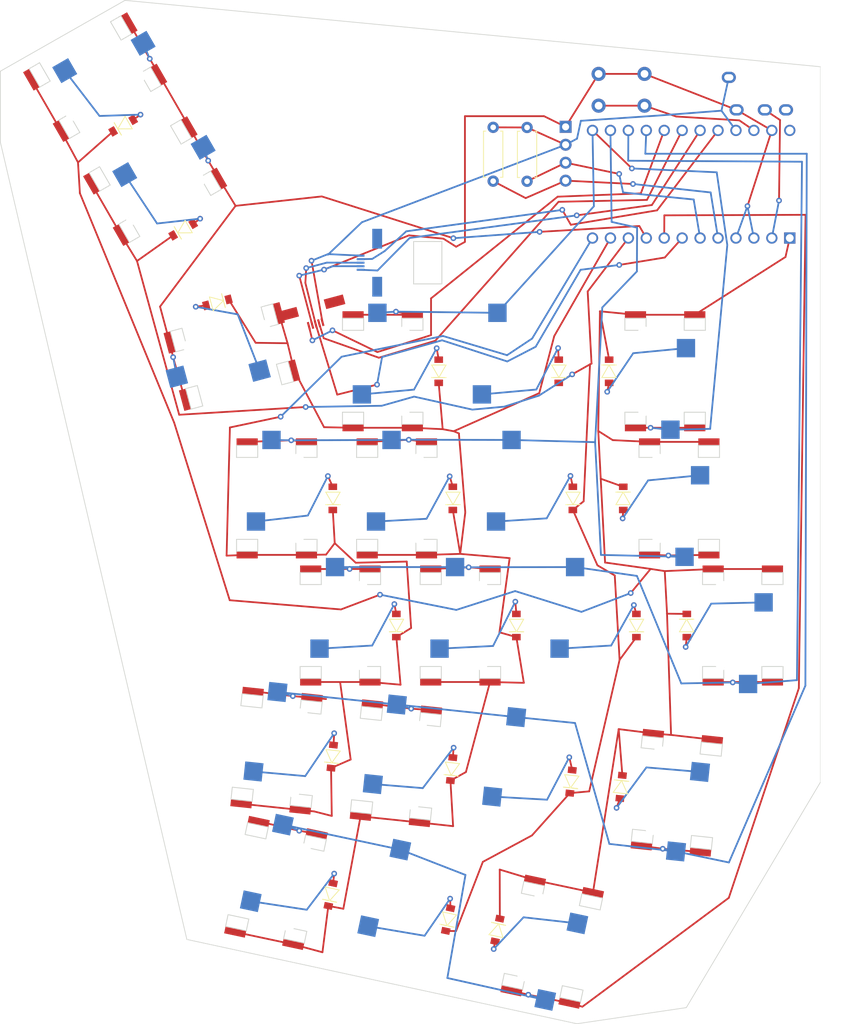
<source format=kicad_pcb>
(kicad_pcb (version 20171130) (host pcbnew 5.1.5+dfsg1-2build2)

  (general
    (thickness 1.6)
    (drawings 8)
    (tracks 445)
    (zones 0)
    (modules 16)
    (nets 43)
  )

  (page A4)
  (layers
    (0 F.Cu signal)
    (31 B.Cu signal)
    (32 B.Adhes user)
    (33 F.Adhes user)
    (34 B.Paste user)
    (35 F.Paste user)
    (36 B.SilkS user)
    (37 F.SilkS user)
    (38 B.Mask user)
    (39 F.Mask user)
    (40 Dwgs.User user)
    (41 Cmts.User user)
    (42 Eco1.User user)
    (43 Eco2.User user)
    (44 Edge.Cuts user)
    (45 Margin user)
    (46 B.CrtYd user)
    (47 F.CrtYd user)
    (48 B.Fab user)
    (49 F.Fab user)
  )

  (setup
    (last_trace_width 0.25)
    (trace_clearance 0.2)
    (zone_clearance 0.508)
    (zone_45_only no)
    (trace_min 0.2)
    (via_size 0.8)
    (via_drill 0.4)
    (via_min_size 0.4)
    (via_min_drill 0.3)
    (uvia_size 0.3)
    (uvia_drill 0.1)
    (uvias_allowed no)
    (uvia_min_size 0.2)
    (uvia_min_drill 0.1)
    (edge_width 0.05)
    (segment_width 0.2)
    (pcb_text_width 0.3)
    (pcb_text_size 1.5 1.5)
    (mod_edge_width 0.12)
    (mod_text_size 1 1)
    (mod_text_width 0.15)
    (pad_size 1.524 1.524)
    (pad_drill 0.762)
    (pad_to_mask_clearance 0.051)
    (solder_mask_min_width 0.25)
    (aux_axis_origin 0 0)
    (visible_elements FFFFFF7F)
    (pcbplotparams
      (layerselection 0x010fc_ffffffff)
      (usegerberextensions true)
      (usegerberattributes false)
      (usegerberadvancedattributes false)
      (creategerberjobfile false)
      (excludeedgelayer true)
      (linewidth 0.100000)
      (plotframeref false)
      (viasonmask false)
      (mode 1)
      (useauxorigin false)
      (hpglpennumber 1)
      (hpglpenspeed 20)
      (hpglpendiameter 15.000000)
      (psnegative false)
      (psa4output false)
      (plotreference false)
      (plotvalue false)
      (plotinvisibletext false)
      (padsonsilk false)
      (subtractmaskfromsilk true)
      (outputformat 1)
      (mirror false)
      (drillshape 0)
      (scaleselection 1)
      (outputdirectory "plot/"))
  )

  (net 0 "")
  (net 1 /ROW_RT)
  (net 2 /COL_RP)
  (net 3 "Net-(ColR1-Padt2)")
  (net 4 "Net-(ColR1-Padm2)")
  (net 5 /ROW_RM)
  (net 6 /ROW_RB)
  (net 7 "Net-(ColR1-Padb2)")
  (net 8 /ROW_RADD)
  (net 9 /COL_RR)
  (net 10 "Net-(ColR2-Padt2)")
  (net 11 "Net-(ColR2-Pada2)")
  (net 12 "Net-(ColR2-Padm2)")
  (net 13 "Net-(ColR2-Padb2)")
  (net 14 /COL_RM)
  (net 15 "Net-(ColR3-Padt2)")
  (net 16 "Net-(ColR3-Pada2)")
  (net 17 "Net-(ColR3-Padm2)")
  (net 18 "Net-(ColR3-Padb2)")
  (net 19 /COL_RI1)
  (net 20 "Net-(ColR4-Padt2)")
  (net 21 "Net-(ColR4-Pada2)")
  (net 22 "Net-(ColR4-Padm2)")
  (net 23 "Net-(ColR4-Padb2)")
  (net 24 /COL_RI2)
  (net 25 "Net-(ColR5-Padt2)")
  (net 26 "Net-(ColR5-Padm2)")
  (net 27 "Net-(ColR5-Padb2)")
  (net 28 /SERIAL_R)
  (net 29 GNDD)
  (net 30 +5V)
  (net 31 /JOYCON_R_LR2)
  (net 32 /JOYCON_R_UD2)
  (net 33 /JOYCON_R_Push)
  (net 34 /JOYCON_R_LR1)
  (net 35 /JOYCON_R_UD1)
  (net 36 /SCL_R)
  (net 37 /SDA_R)
  (net 38 /RST_R)
  (net 39 /COL_RT)
  (net 40 "Net-(SW_and_DR1-Pad2)")
  (net 41 "Net-(SW_and_DR2-Pad2)")
  (net 42 "Net-(SW_and_DR3-Pad2)")

  (net_class Default "This is the default net class."
    (clearance 0.2)
    (trace_width 0.25)
    (via_dia 0.8)
    (via_drill 0.4)
    (uvia_dia 0.3)
    (uvia_drill 0.1)
    (add_net +5V)
    (add_net /COL_RI1)
    (add_net /COL_RI2)
    (add_net /COL_RM)
    (add_net /COL_RP)
    (add_net /COL_RR)
    (add_net /COL_RT)
    (add_net /JOYCON_R_LR1)
    (add_net /JOYCON_R_LR2)
    (add_net /JOYCON_R_Push)
    (add_net /JOYCON_R_UD1)
    (add_net /JOYCON_R_UD2)
    (add_net /ROW_RADD)
    (add_net /ROW_RB)
    (add_net /ROW_RM)
    (add_net /ROW_RT)
    (add_net /RST_R)
    (add_net /SCL_R)
    (add_net /SDA_R)
    (add_net /SERIAL_R)
    (add_net GNDD)
    (add_net "Net-(ColR1-Padb2)")
    (add_net "Net-(ColR1-Padm2)")
    (add_net "Net-(ColR1-Padt2)")
    (add_net "Net-(ColR2-Pada2)")
    (add_net "Net-(ColR2-Padb2)")
    (add_net "Net-(ColR2-Padm2)")
    (add_net "Net-(ColR2-Padt2)")
    (add_net "Net-(ColR3-Pada2)")
    (add_net "Net-(ColR3-Padb2)")
    (add_net "Net-(ColR3-Padm2)")
    (add_net "Net-(ColR3-Padt2)")
    (add_net "Net-(ColR4-Pada2)")
    (add_net "Net-(ColR4-Padb2)")
    (add_net "Net-(ColR4-Padm2)")
    (add_net "Net-(ColR4-Padt2)")
    (add_net "Net-(ColR5-Padb2)")
    (add_net "Net-(ColR5-Padm2)")
    (add_net "Net-(ColR5-Padt2)")
    (add_net "Net-(SW_and_DR1-Pad2)")
    (add_net "Net-(SW_and_DR2-Pad2)")
    (add_net "Net-(SW_and_DR3-Pad2)")
  )

  (module scaffold:SW_PUSH_6mm_H4.3mm_no_SilkS (layer F.Cu) (tedit 60EB1299) (tstamp 60E4AD00)
    (at 206.608 15.414)
    (descr "tactile push button, 6x6mm e.g. PHAP33xx series, height=4.3mm")
    (tags "tact sw push 6mm")
    (path /60E6E23F)
    (fp_text reference SW2 (at 3.3 0 -180) (layer F.Fab)
      (effects (font (size 1 1) (thickness 0.15)))
    )
    (fp_text value SW_Push (at 3.75 6.7 -180) (layer F.Fab)
      (effects (font (size 1 1) (thickness 0.15)))
    )
    (fp_text user %R (at 3.25 2.25 -180) (layer F.Fab)
      (effects (font (size 1 1) (thickness 0.15)))
    )
    (fp_line (start 3.25 -0.75) (end 6.25 -0.75) (layer F.Fab) (width 0.1))
    (fp_line (start 6.25 -0.75) (end 6.25 5.25) (layer F.Fab) (width 0.1))
    (fp_line (start 6.25 5.25) (end 0.25 5.25) (layer F.Fab) (width 0.1))
    (fp_line (start 0.25 5.25) (end 0.25 -0.75) (layer F.Fab) (width 0.1))
    (fp_line (start 0.25 -0.75) (end 3.25 -0.75) (layer F.Fab) (width 0.1))
    (fp_line (start 7.75 6) (end 8 6) (layer F.CrtYd) (width 0.05))
    (fp_line (start 8 6) (end 8 5.75) (layer F.CrtYd) (width 0.05))
    (fp_line (start 7.75 -1.5) (end 8 -1.5) (layer F.CrtYd) (width 0.05))
    (fp_line (start 8 -1.5) (end 8 -1.25) (layer F.CrtYd) (width 0.05))
    (fp_line (start -1.5 -1.25) (end -1.5 -1.5) (layer F.CrtYd) (width 0.05))
    (fp_line (start -1.5 -1.5) (end -1.25 -1.5) (layer F.CrtYd) (width 0.05))
    (fp_line (start -1.5 5.75) (end -1.5 6) (layer F.CrtYd) (width 0.05))
    (fp_line (start -1.5 6) (end -1.25 6) (layer F.CrtYd) (width 0.05))
    (fp_line (start -1.25 -1.5) (end 7.75 -1.5) (layer F.CrtYd) (width 0.05))
    (fp_line (start -1.5 5.75) (end -1.5 -1.25) (layer F.CrtYd) (width 0.05))
    (fp_line (start 7.75 6) (end -1.25 6) (layer F.CrtYd) (width 0.05))
    (fp_line (start 8 -1.25) (end 8 5.75) (layer F.CrtYd) (width 0.05))
    (fp_circle (center 3.25 2.25) (end 1.25 2.5) (layer F.Fab) (width 0.1))
    (pad 2 thru_hole circle (at 0 4.5 90) (size 2 2) (drill 1.1) (layers *.Cu *.Mask)
      (net 38 /RST_R))
    (pad 1 thru_hole circle (at 0 0 90) (size 2 2) (drill 1.1) (layers *.Cu *.Mask)
      (net 29 GNDD))
    (pad 2 thru_hole circle (at 6.5 4.5 90) (size 2 2) (drill 1.1) (layers *.Cu *.Mask)
      (net 38 /RST_R))
    (pad 1 thru_hole circle (at 6.5 0 90) (size 2 2) (drill 1.1) (layers *.Cu *.Mask)
      (net 29 GNDD))
    (model ${KISYS3DMOD}/Button_Switch_THT.3dshapes/SW_PUSH_6mm_H4.3mm.wrl
      (at (xyz 0 0 0))
      (scale (xyz 1 1 1))
      (rotate (xyz 0 0 0))
    )
  )

  (module Resistor_THT:R_Axial_DIN0207_L6.3mm_D2.5mm_P7.62mm_Horizontal (layer F.Cu) (tedit 5AE5139B) (tstamp 6109EE39)
    (at 191.675 30.6 90)
    (descr "Resistor, Axial_DIN0207 series, Axial, Horizontal, pin pitch=7.62mm, 0.25W = 1/4W, length*diameter=6.3*2.5mm^2, http://cdn-reichelt.de/documents/datenblatt/B400/1_4W%23YAG.pdf")
    (tags "Resistor Axial_DIN0207 series Axial Horizontal pin pitch 7.62mm 0.25W = 1/4W length 6.3mm diameter 2.5mm")
    (path /6111E28E)
    (fp_text reference R_SDA_2 (at 3.81 -2.37 90) (layer F.SilkS) hide
      (effects (font (size 1 1) (thickness 0.15)))
    )
    (fp_text value 4.7k (at 3.81 2.37 90) (layer F.Fab)
      (effects (font (size 1 1) (thickness 0.15)))
    )
    (fp_text user %R (at 3.81 0 90) (layer F.Fab)
      (effects (font (size 1 1) (thickness 0.15)))
    )
    (fp_line (start 8.67 -1.5) (end -1.05 -1.5) (layer F.CrtYd) (width 0.05))
    (fp_line (start 8.67 1.5) (end 8.67 -1.5) (layer F.CrtYd) (width 0.05))
    (fp_line (start -1.05 1.5) (end 8.67 1.5) (layer F.CrtYd) (width 0.05))
    (fp_line (start -1.05 -1.5) (end -1.05 1.5) (layer F.CrtYd) (width 0.05))
    (fp_line (start 7.08 1.37) (end 7.08 1.04) (layer F.SilkS) (width 0.12))
    (fp_line (start 0.54 1.37) (end 7.08 1.37) (layer F.SilkS) (width 0.12))
    (fp_line (start 0.54 1.04) (end 0.54 1.37) (layer F.SilkS) (width 0.12))
    (fp_line (start 7.08 -1.37) (end 7.08 -1.04) (layer F.SilkS) (width 0.12))
    (fp_line (start 0.54 -1.37) (end 7.08 -1.37) (layer F.SilkS) (width 0.12))
    (fp_line (start 0.54 -1.04) (end 0.54 -1.37) (layer F.SilkS) (width 0.12))
    (fp_line (start 7.62 0) (end 6.96 0) (layer F.Fab) (width 0.1))
    (fp_line (start 0 0) (end 0.66 0) (layer F.Fab) (width 0.1))
    (fp_line (start 6.96 -1.25) (end 0.66 -1.25) (layer F.Fab) (width 0.1))
    (fp_line (start 6.96 1.25) (end 6.96 -1.25) (layer F.Fab) (width 0.1))
    (fp_line (start 0.66 1.25) (end 6.96 1.25) (layer F.Fab) (width 0.1))
    (fp_line (start 0.66 -1.25) (end 0.66 1.25) (layer F.Fab) (width 0.1))
    (pad 2 thru_hole oval (at 7.62 0 90) (size 1.6 1.6) (drill 0.8) (layers *.Cu *.Mask)
      (net 30 +5V))
    (pad 1 thru_hole circle (at 0 0 90) (size 1.6 1.6) (drill 0.8) (layers *.Cu *.Mask)
      (net 37 /SDA_R))
    (model ${KISYS3DMOD}/Resistor_THT.3dshapes/R_Axial_DIN0207_L6.3mm_D2.5mm_P7.62mm_Horizontal.wrl
      (at (xyz 0 0 0))
      (scale (xyz 1 1 1))
      (rotate (xyz 0 0 0))
    )
  )

  (module Resistor_THT:R_Axial_DIN0207_L6.3mm_D2.5mm_P7.62mm_Horizontal (layer F.Cu) (tedit 5AE5139B) (tstamp 6109EE0B)
    (at 196.475 23 270)
    (descr "Resistor, Axial_DIN0207 series, Axial, Horizontal, pin pitch=7.62mm, 0.25W = 1/4W, length*diameter=6.3*2.5mm^2, http://cdn-reichelt.de/documents/datenblatt/B400/1_4W%23YAG.pdf")
    (tags "Resistor Axial_DIN0207 series Axial Horizontal pin pitch 7.62mm 0.25W = 1/4W length 6.3mm diameter 2.5mm")
    (path /610EBA33)
    (fp_text reference R_SCL_2 (at 3.81 -2.37 90) (layer F.SilkS) hide
      (effects (font (size 1 1) (thickness 0.15)))
    )
    (fp_text value 4.7k (at 3.81 2.37 90) (layer F.Fab)
      (effects (font (size 1 1) (thickness 0.15)))
    )
    (fp_line (start 0.66 -1.25) (end 0.66 1.25) (layer F.Fab) (width 0.1))
    (fp_line (start 0.66 1.25) (end 6.96 1.25) (layer F.Fab) (width 0.1))
    (fp_line (start 6.96 1.25) (end 6.96 -1.25) (layer F.Fab) (width 0.1))
    (fp_line (start 6.96 -1.25) (end 0.66 -1.25) (layer F.Fab) (width 0.1))
    (fp_line (start 0 0) (end 0.66 0) (layer F.Fab) (width 0.1))
    (fp_line (start 7.62 0) (end 6.96 0) (layer F.Fab) (width 0.1))
    (fp_line (start 0.54 -1.04) (end 0.54 -1.37) (layer F.SilkS) (width 0.12))
    (fp_line (start 0.54 -1.37) (end 7.08 -1.37) (layer F.SilkS) (width 0.12))
    (fp_line (start 7.08 -1.37) (end 7.08 -1.04) (layer F.SilkS) (width 0.12))
    (fp_line (start 0.54 1.04) (end 0.54 1.37) (layer F.SilkS) (width 0.12))
    (fp_line (start 0.54 1.37) (end 7.08 1.37) (layer F.SilkS) (width 0.12))
    (fp_line (start 7.08 1.37) (end 7.08 1.04) (layer F.SilkS) (width 0.12))
    (fp_line (start -1.05 -1.5) (end -1.05 1.5) (layer F.CrtYd) (width 0.05))
    (fp_line (start -1.05 1.5) (end 8.67 1.5) (layer F.CrtYd) (width 0.05))
    (fp_line (start 8.67 1.5) (end 8.67 -1.5) (layer F.CrtYd) (width 0.05))
    (fp_line (start 8.67 -1.5) (end -1.05 -1.5) (layer F.CrtYd) (width 0.05))
    (fp_text user %R (at 3.81 0 90) (layer F.Fab)
      (effects (font (size 1 1) (thickness 0.15)))
    )
    (pad 1 thru_hole circle (at 0 0 270) (size 1.6 1.6) (drill 0.8) (layers *.Cu *.Mask)
      (net 30 +5V))
    (pad 2 thru_hole oval (at 7.62 0 270) (size 1.6 1.6) (drill 0.8) (layers *.Cu *.Mask)
      (net 36 /SCL_R))
    (model ${KISYS3DMOD}/Resistor_THT.3dshapes/R_Axial_DIN0207_L6.3mm_D2.5mm_P7.62mm_Horizontal.wrl
      (at (xyz 0 0 0))
      (scale (xyz 1 1 1))
      (rotate (xyz 0 0 0))
    )
  )

  (module scaffold:Col4_socket_PG1350_sod123_cutouts (layer F.Cu) (tedit 60EB1A91) (tstamp 60E4AB2A)
    (at 155.53 75.519 270)
    (descr "Kailh \"Choc\" PG1350 keyswitch socket mount")
    (tags kailh,choc)
    (path /60E6E2B6)
    (attr smd)
    (fp_text reference ColR4 (at -0.3175 -44.786 90) (layer F.Fab)
      (effects (font (size 1 1) (thickness 0.15)))
    )
    (fp_text value Col4 (at 0.0635 -69 90) (layer F.Fab)
      (effects (font (size 1 1) (thickness 0.15)))
    )
    (fp_line (start 7.5 -56.8) (end 5.8 -56.8) (layer Edge.Cuts) (width 0.12))
    (fp_line (start -9 -51) (end -9 -68) (layer F.Fab) (width 0.15))
    (fp_line (start 0.889 -53.531) (end -0.889 -54.547) (layer F.SilkS) (width 0.12))
    (fp_line (start -5.8 -68.2) (end -7.5 -68.2) (layer Edge.Cuts) (width 0.12))
    (fp_line (start -5.8 -56.8) (end -7.5 -56.8) (layer Edge.Cuts) (width 0.12))
    (fp_line (start 7.5 -59.8) (end 7.5 -56.8) (layer Edge.Cuts) (width 0.12))
    (fp_line (start -5.8 -68.2) (end -5.8 -65.2) (layer Edge.Cuts) (width 0.12))
    (fp_line (start 7.5 -65.2) (end 7.5 -68.2) (layer Edge.Cuts) (width 0.12))
    (fp_line (start 5.8 -68.2) (end 5.8 -65.2) (layer Edge.Cuts) (width 0.12))
    (fp_line (start 7.5 -59.8) (end 5.8 -59.8) (layer Edge.Cuts) (width 0.12))
    (fp_line (start -7.5 -56.8) (end -7.5 -59.8) (layer Edge.Cuts) (width 0.12))
    (fp_line (start -5.8 -59.8) (end -5.8 -56.8) (layer Edge.Cuts) (width 0.12))
    (fp_line (start -0.889 -55.563) (end -0.889 -53.531) (layer F.SilkS) (width 0.12))
    (fp_line (start 0.889 -53.531) (end 0.889 -55.563) (layer F.SilkS) (width 0.12))
    (fp_line (start -7.5 -65.2) (end -7.5 -68.2) (layer Edge.Cuts) (width 0.12))
    (fp_line (start 9 -68) (end 9 -51) (layer F.Fab) (width 0.15))
    (fp_line (start 7.5 -68.2) (end 5.8 -68.2) (layer Edge.Cuts) (width 0.12))
    (fp_line (start -0.889 -55.563) (end -0.889 -53.531) (layer F.SilkS) (width 0.12))
    (fp_line (start 5.8 -56.8) (end 5.8 -59.8) (layer Edge.Cuts) (width 0.12))
    (fp_line (start -5.8 -59.8) (end -7.5 -59.8) (layer Edge.Cuts) (width 0.12))
    (fp_line (start 9 -51) (end -9 -51) (layer F.Fab) (width 0.15))
    (fp_line (start -0.889 -54.547) (end 0.889 -55.563) (layer F.SilkS) (width 0.12))
    (fp_line (start 7.5 -65.2) (end 5.8 -65.2) (layer Edge.Cuts) (width 0.12))
    (fp_line (start -5.8 -65.2) (end -7.5 -65.2) (layer Edge.Cuts) (width 0.12))
    (fp_line (start -9 0) (end -9 -17) (layer F.Fab) (width 0.15))
    (fp_line (start -7.5 -11.2) (end -5.8 -11.2) (layer Edge.Cuts) (width 0.12))
    (fp_line (start -5.8 -11.2) (end -5.8 -8.2) (layer Edge.Cuts) (width 0.12))
    (fp_line (start 0.889 -12.437) (end 0.889 -14.469) (layer F.SilkS) (width 0.12))
    (fp_line (start -7.5 -2.8) (end -7.5 0.2) (layer Edge.Cuts) (width 0.12))
    (fp_line (start 5.8 -8.2) (end 5.8 -11.2) (layer Edge.Cuts) (width 0.12))
    (fp_line (start 5.8 0.2) (end 7.5 0.2) (layer Edge.Cuts) (width 0.12))
    (fp_line (start 7.5 -11.2) (end 7.5 -8.2) (layer Edge.Cuts) (width 0.12))
    (fp_line (start 0.889 -13.453) (end -0.889 -12.437) (layer F.SilkS) (width 0.12))
    (fp_line (start -7.5 -8.2) (end -5.8 -8.2) (layer Edge.Cuts) (width 0.12))
    (fp_line (start 5.8 0.2) (end 5.8 -2.8) (layer Edge.Cuts) (width 0.12))
    (fp_line (start 9 -17) (end 9 0) (layer F.Fab) (width 0.15))
    (fp_line (start -0.889 -14.469) (end 0.889 -13.453) (layer F.SilkS) (width 0.12))
    (fp_line (start 0.889 -12.437) (end 0.889 -14.469) (layer F.SilkS) (width 0.12))
    (fp_line (start 5.8 -11.2) (end 7.5 -11.2) (layer Edge.Cuts) (width 0.12))
    (fp_line (start -7.5 0.2) (end -5.8 0.2) (layer Edge.Cuts) (width 0.12))
    (fp_line (start 7.5 -2.8) (end 7.5 0.2) (layer Edge.Cuts) (width 0.12))
    (fp_line (start -0.889 -14.469) (end -0.889 -12.437) (layer F.SilkS) (width 0.12))
    (fp_line (start 9 0) (end -9 0) (layer F.Fab) (width 0.15))
    (fp_line (start 5.8 -2.8) (end 7.5 -2.8) (layer Edge.Cuts) (width 0.12))
    (fp_line (start -7.5 -2.8) (end -5.8 -2.8) (layer Edge.Cuts) (width 0.12))
    (fp_line (start -7.5 -8.2) (end -7.5 -11.2) (layer Edge.Cuts) (width 0.12))
    (fp_line (start -5.8 0.2) (end -5.8 -2.8) (layer Edge.Cuts) (width 0.12))
    (fp_line (start 5.8 -8.2) (end 7.5 -8.2) (layer Edge.Cuts) (width 0.12))
    (fp_text user %R (at -0.127 -39.7695 90) (layer B.Fab)
      (effects (font (size 1 1) (thickness 0.15)) (justify mirror))
    )
    (fp_line (start -9 -17) (end -9 -34) (layer F.Fab) (width 0.15))
    (fp_line (start 9 -17) (end -9 -17) (layer F.Fab) (width 0.15))
    (fp_line (start 9 -34) (end 9 -17) (layer F.Fab) (width 0.15))
    (fp_line (start 9 -68) (end -9 -68) (layer F.Fab) (width 0.15))
    (fp_line (start 0.889 -47.453) (end -0.889 -46.437) (layer F.SilkS) (width 0.12))
    (fp_line (start 0.889 -46.437) (end 0.889 -48.469) (layer F.SilkS) (width 0.12))
    (fp_line (start -0.889 -48.469) (end 0.889 -47.453) (layer F.SilkS) (width 0.12))
    (fp_line (start 0.889 -46.437) (end 0.889 -48.469) (layer F.SilkS) (width 0.12))
    (fp_line (start -0.889 -48.469) (end -0.889 -46.437) (layer F.SilkS) (width 0.12))
    (fp_line (start -7.5 -28.2) (end -5.8 -28.2) (layer Edge.Cuts) (width 0.12))
    (fp_line (start -5.8 -28.2) (end -5.8 -25.2) (layer Edge.Cuts) (width 0.12))
    (fp_line (start 0.889 -29.437) (end 0.889 -31.469) (layer F.SilkS) (width 0.12))
    (fp_line (start -7.5 -19.8) (end -7.5 -16.8) (layer Edge.Cuts) (width 0.12))
    (fp_line (start 5.8 -25.2) (end 5.8 -28.2) (layer Edge.Cuts) (width 0.12))
    (fp_line (start 5.8 -16.8) (end 7.5 -16.8) (layer Edge.Cuts) (width 0.12))
    (fp_line (start 7.5 -28.2) (end 7.5 -25.2) (layer Edge.Cuts) (width 0.12))
    (fp_line (start 0.889 -30.453) (end -0.889 -29.437) (layer F.SilkS) (width 0.12))
    (fp_line (start -7.5 -25.2) (end -5.8 -25.2) (layer Edge.Cuts) (width 0.12))
    (fp_line (start 5.8 -16.8) (end 5.8 -19.8) (layer Edge.Cuts) (width 0.12))
    (fp_line (start -0.889 -31.469) (end 0.889 -30.453) (layer F.SilkS) (width 0.12))
    (fp_line (start 0.889 -29.437) (end 0.889 -31.469) (layer F.SilkS) (width 0.12))
    (fp_line (start 5.8 -28.2) (end 7.5 -28.2) (layer Edge.Cuts) (width 0.12))
    (fp_line (start -7.5 -16.8) (end -5.8 -16.8) (layer Edge.Cuts) (width 0.12))
    (fp_line (start 7.5 -19.8) (end 7.5 -16.8) (layer Edge.Cuts) (width 0.12))
    (fp_line (start -0.889 -31.469) (end -0.889 -29.437) (layer F.SilkS) (width 0.12))
    (fp_line (start 5.8 -19.8) (end 7.5 -19.8) (layer Edge.Cuts) (width 0.12))
    (fp_line (start -7.5 -19.8) (end -5.8 -19.8) (layer Edge.Cuts) (width 0.12))
    (fp_line (start -7.5 -25.2) (end -7.5 -28.2) (layer Edge.Cuts) (width 0.12))
    (fp_line (start -5.8 -16.8) (end -5.8 -19.8) (layer Edge.Cuts) (width 0.12))
    (fp_line (start 5.8 -25.2) (end 7.5 -25.2) (layer Edge.Cuts) (width 0.12))
    (fp_line (start -9 -34) (end -9 -51) (layer F.Fab) (width 0.15))
    (fp_line (start 9 -34) (end -9 -34) (layer F.Fab) (width 0.15))
    (fp_line (start 9 -51) (end 9 -34) (layer F.Fab) (width 0.15))
    (pad aK smd rect (at 8 -1.3 270) (size 1 3) (layers F.Cu F.Paste F.Mask)
      (net 8 /ROW_RADD))
    (pad a1 smd rect (at -8 -1.3 270) (size 1 3) (layers F.Cu F.Paste F.Mask)
      (net 19 /COL_RI1))
    (pad tK smd rect (at -8 -66.7 90) (size 1 3) (layers F.Cu F.Paste F.Mask)
      (net 1 /ROW_RT))
    (pad t1 smd rect (at 8 -66.7 90) (size 1 3) (layers F.Cu F.Paste F.Mask)
      (net 19 /COL_RI1))
    (pad tA smd rect (at 1.64 -54.57 90) (size 0.92 1.22) (layers F.Cu F.Paste F.Mask)
      (net 20 "Net-(ColR4-Padt2)"))
    (pad "" np_thru_hole circle (at 0 -65.45 90) (size 3 3) (drill 3) (layers *.Cu *.Mask))
    (pad "" np_thru_hole circle (at -5.22 -55.3 90) (size 0.9906 0.9906) (drill 0.9906) (layers *.Cu *.Mask))
    (pad t2 smd rect (at -3.275 -65.45 90) (size 2.6 2.6) (layers B.Cu B.Paste B.Mask)
      (net 20 "Net-(ColR4-Padt2)"))
    (pad t1 smd rect (at 8.275 -63.25 90) (size 2.6 2.6) (layers B.Cu B.Paste B.Mask)
      (net 19 /COL_RI1))
    (pad "" np_thru_hole circle (at 5 -63.25 90) (size 3 3) (drill 3) (layers *.Cu))
    (pad "" np_thru_hole circle (at 5.5 -59.5 90) (size 1.7018 1.7018) (drill 1.7018) (layers *.Cu))
    (pad tK smd rect (at -1.64 -54.57 90) (size 0.92 1.22) (layers F.Cu F.Paste F.Mask)
      (net 1 /ROW_RT))
    (pad "" np_thru_hole circle (at 0 -59.5 180) (size 3.429 3.429) (drill 3.429) (layers *.Cu *.Mask))
    (pad "" np_thru_hole circle (at -5.5 -59.5 90) (size 1.7018 1.7018) (drill 1.7018) (layers *.Cu))
    (pad t1 smd rect (at 8 -58.3 90) (size 1 3) (layers F.Cu F.Paste F.Mask)
      (net 19 /COL_RI1))
    (pad tK smd rect (at -8 -58.3 90) (size 1 3) (layers F.Cu F.Paste F.Mask)
      (net 1 /ROW_RT))
    (pad "" np_thru_hole circle (at -5.5 -8.5 270) (size 1.7018 1.7018) (drill 1.7018) (layers *.Cu))
    (pad "" np_thru_hole circle (at -5 -4.75 270) (size 3 3) (drill 3) (layers *.Cu))
    (pad a1 smd rect (at -8 -9.7 270) (size 1 3) (layers F.Cu F.Paste F.Mask)
      (net 19 /COL_RI1))
    (pad "" np_thru_hole circle (at 5.22 -12.7 270) (size 0.9906 0.9906) (drill 0.9906) (layers *.Cu *.Mask))
    (pad aA smd rect (at -1.64 -13.43 270) (size 0.92 1.22) (layers F.Cu F.Paste F.Mask)
      (net 21 "Net-(ColR4-Pada2)"))
    (pad a1 smd rect (at -8.275 -4.75 270) (size 2.6 2.6) (layers B.Cu B.Paste B.Mask)
      (net 19 /COL_RI1))
    (pad "" np_thru_hole circle (at 0 -2.55 270) (size 3 3) (drill 3) (layers *.Cu *.Mask))
    (pad aK smd rect (at 1.64 -13.43 270) (size 0.92 1.22) (layers F.Cu F.Paste F.Mask)
      (net 8 /ROW_RADD))
    (pad "" np_thru_hole circle (at 0 -8.5 270) (size 3.429 3.429) (drill 3.429) (layers *.Cu *.Mask))
    (pad aK smd rect (at 8 -9.7 270) (size 1 3) (layers F.Cu F.Paste F.Mask)
      (net 8 /ROW_RADD))
    (pad a2 smd rect (at 3.275 -2.55 270) (size 2.6 2.6) (layers B.Cu B.Paste B.Mask)
      (net 21 "Net-(ColR4-Pada2)"))
    (pad "" np_thru_hole circle (at 5.5 -8.5 270) (size 1.7018 1.7018) (drill 1.7018) (layers *.Cu))
    (pad "" np_thru_hole circle (at 5.22 -46.7 270) (size 0.9906 0.9906) (drill 0.9906) (layers *.Cu *.Mask))
    (pad m1 smd rect (at -8.275 -38.75 270) (size 2.6 2.6) (layers B.Cu B.Paste B.Mask)
      (net 19 /COL_RI1))
    (pad "" np_thru_hole circle (at 0 -36.55 270) (size 3 3) (drill 3) (layers *.Cu *.Mask))
    (pad "" np_thru_hole circle (at 0 -42.5 270) (size 3.429 3.429) (drill 3.429) (layers *.Cu *.Mask))
    (pad "" np_thru_hole circle (at -5 -38.75 270) (size 3 3) (drill 3) (layers *.Cu))
    (pad m2 smd rect (at 3.275 -36.55 270) (size 2.6 2.6) (layers B.Cu B.Paste B.Mask)
      (net 22 "Net-(ColR4-Padm2)"))
    (pad "" np_thru_hole circle (at 5.5 -42.5 270) (size 1.7018 1.7018) (drill 1.7018) (layers *.Cu))
    (pad "" np_thru_hole circle (at -5.5 -42.5 270) (size 1.7018 1.7018) (drill 1.7018) (layers *.Cu))
    (pad mK smd rect (at 1.64 -47.43 270) (size 0.92 1.22) (layers F.Cu F.Paste F.Mask)
      (net 5 /ROW_RM))
    (pad mA smd rect (at -1.64 -47.43 270) (size 0.92 1.22) (layers F.Cu F.Paste F.Mask)
      (net 22 "Net-(ColR4-Padm2)"))
    (pad bK smd rect (at 8 -26.7 270) (size 1 3) (layers F.Cu F.Paste F.Mask)
      (net 6 /ROW_RB))
    (pad b2 smd rect (at 3.275 -19.55 270) (size 2.6 2.6) (layers B.Cu B.Paste B.Mask)
      (net 23 "Net-(ColR4-Padb2)"))
    (pad "" np_thru_hole circle (at 5.5 -25.5 270) (size 1.7018 1.7018) (drill 1.7018) (layers *.Cu))
    (pad bK smd rect (at 8 -18.3 270) (size 1 3) (layers F.Cu F.Paste F.Mask)
      (net 6 /ROW_RB))
    (pad b1 smd rect (at -8 -18.3 270) (size 1 3) (layers F.Cu F.Paste F.Mask)
      (net 19 /COL_RI1))
    (pad "" np_thru_hole circle (at -5.5 -25.5 270) (size 1.7018 1.7018) (drill 1.7018) (layers *.Cu))
    (pad "" np_thru_hole circle (at -5 -21.75 270) (size 3 3) (drill 3) (layers *.Cu))
    (pad b1 smd rect (at -8 -26.7 270) (size 1 3) (layers F.Cu F.Paste F.Mask)
      (net 19 /COL_RI1))
    (pad "" np_thru_hole circle (at 5.22 -29.7 270) (size 0.9906 0.9906) (drill 0.9906) (layers *.Cu *.Mask))
    (pad bA smd rect (at -1.64 -30.43 270) (size 0.92 1.22) (layers F.Cu F.Paste F.Mask)
      (net 23 "Net-(ColR4-Padb2)"))
    (pad b1 smd rect (at -8.275 -21.75 270) (size 2.6 2.6) (layers B.Cu B.Paste B.Mask)
      (net 19 /COL_RI1))
    (pad "" np_thru_hole circle (at 0 -19.55 270) (size 3 3) (drill 3) (layers *.Cu *.Mask))
    (pad bK smd rect (at 1.64 -30.43 270) (size 0.92 1.22) (layers F.Cu F.Paste F.Mask)
      (net 6 /ROW_RB))
    (pad "" np_thru_hole circle (at 0 -25.5 270) (size 3.429 3.429) (drill 3.429) (layers *.Cu *.Mask))
  )

  (module scaffold:Col4_socket_PG1350_sod123_cutouts (layer F.Cu) (tedit 60EB1A91) (tstamp 60E4AA16)
    (at 155.53 110.664508 264)
    (descr "Kailh \"Choc\" PG1350 keyswitch socket mount")
    (tags kailh,choc)
    (path /60E6E296)
    (attr smd)
    (fp_text reference ColR2 (at -0.3175 -44.786 84) (layer F.Fab)
      (effects (font (size 1 1) (thickness 0.15)))
    )
    (fp_text value Col4 (at 0.0635 -69 84) (layer F.Fab)
      (effects (font (size 1 1) (thickness 0.15)))
    )
    (fp_line (start 7.5 -56.8) (end 5.8 -56.8) (layer Edge.Cuts) (width 0.12))
    (fp_line (start -9 -51) (end -9 -68) (layer F.Fab) (width 0.15))
    (fp_line (start 0.889 -53.531) (end -0.889 -54.547) (layer F.SilkS) (width 0.12))
    (fp_line (start -5.8 -68.2) (end -7.5 -68.2) (layer Edge.Cuts) (width 0.12))
    (fp_line (start -5.8 -56.8) (end -7.5 -56.8) (layer Edge.Cuts) (width 0.12))
    (fp_line (start 7.5 -59.8) (end 7.5 -56.8) (layer Edge.Cuts) (width 0.12))
    (fp_line (start -5.8 -68.2) (end -5.8 -65.2) (layer Edge.Cuts) (width 0.12))
    (fp_line (start 7.5 -65.2) (end 7.5 -68.2) (layer Edge.Cuts) (width 0.12))
    (fp_line (start 5.8 -68.2) (end 5.8 -65.2) (layer Edge.Cuts) (width 0.12))
    (fp_line (start 7.5 -59.8) (end 5.8 -59.8) (layer Edge.Cuts) (width 0.12))
    (fp_line (start -7.5 -56.8) (end -7.5 -59.8) (layer Edge.Cuts) (width 0.12))
    (fp_line (start -5.8 -59.8) (end -5.8 -56.8) (layer Edge.Cuts) (width 0.12))
    (fp_line (start -0.889 -55.563) (end -0.889 -53.531) (layer F.SilkS) (width 0.12))
    (fp_line (start 0.889 -53.531) (end 0.889 -55.563) (layer F.SilkS) (width 0.12))
    (fp_line (start -7.5 -65.2) (end -7.5 -68.2) (layer Edge.Cuts) (width 0.12))
    (fp_line (start 9 -68) (end 9 -51) (layer F.Fab) (width 0.15))
    (fp_line (start 7.5 -68.2) (end 5.8 -68.2) (layer Edge.Cuts) (width 0.12))
    (fp_line (start -0.889 -55.563) (end -0.889 -53.531) (layer F.SilkS) (width 0.12))
    (fp_line (start 5.8 -56.8) (end 5.8 -59.8) (layer Edge.Cuts) (width 0.12))
    (fp_line (start -5.8 -59.8) (end -7.5 -59.8) (layer Edge.Cuts) (width 0.12))
    (fp_line (start 9 -51) (end -9 -51) (layer F.Fab) (width 0.15))
    (fp_line (start -0.889 -54.547) (end 0.889 -55.563) (layer F.SilkS) (width 0.12))
    (fp_line (start 7.5 -65.2) (end 5.8 -65.2) (layer Edge.Cuts) (width 0.12))
    (fp_line (start -5.8 -65.2) (end -7.5 -65.2) (layer Edge.Cuts) (width 0.12))
    (fp_line (start -9 0) (end -9 -17) (layer F.Fab) (width 0.15))
    (fp_line (start -7.5 -11.2) (end -5.8 -11.2) (layer Edge.Cuts) (width 0.12))
    (fp_line (start -5.8 -11.2) (end -5.8 -8.2) (layer Edge.Cuts) (width 0.12))
    (fp_line (start 0.889 -12.437) (end 0.889 -14.469) (layer F.SilkS) (width 0.12))
    (fp_line (start -7.5 -2.8) (end -7.5 0.2) (layer Edge.Cuts) (width 0.12))
    (fp_line (start 5.8 -8.2) (end 5.8 -11.2) (layer Edge.Cuts) (width 0.12))
    (fp_line (start 5.8 0.2) (end 7.5 0.2) (layer Edge.Cuts) (width 0.12))
    (fp_line (start 7.5 -11.2) (end 7.5 -8.2) (layer Edge.Cuts) (width 0.12))
    (fp_line (start 0.889 -13.453) (end -0.889 -12.437) (layer F.SilkS) (width 0.12))
    (fp_line (start -7.5 -8.2) (end -5.8 -8.2) (layer Edge.Cuts) (width 0.12))
    (fp_line (start 5.8 0.2) (end 5.8 -2.8) (layer Edge.Cuts) (width 0.12))
    (fp_line (start 9 -17) (end 9 0) (layer F.Fab) (width 0.15))
    (fp_line (start -0.889 -14.469) (end 0.889 -13.453) (layer F.SilkS) (width 0.12))
    (fp_line (start 0.889 -12.437) (end 0.889 -14.469) (layer F.SilkS) (width 0.12))
    (fp_line (start 5.8 -11.2) (end 7.5 -11.2) (layer Edge.Cuts) (width 0.12))
    (fp_line (start -7.5 0.2) (end -5.8 0.2) (layer Edge.Cuts) (width 0.12))
    (fp_line (start 7.5 -2.8) (end 7.5 0.2) (layer Edge.Cuts) (width 0.12))
    (fp_line (start -0.889 -14.469) (end -0.889 -12.437) (layer F.SilkS) (width 0.12))
    (fp_line (start 9 0) (end -9 0) (layer F.Fab) (width 0.15))
    (fp_line (start 5.8 -2.8) (end 7.5 -2.8) (layer Edge.Cuts) (width 0.12))
    (fp_line (start -7.5 -2.8) (end -5.8 -2.8) (layer Edge.Cuts) (width 0.12))
    (fp_line (start -7.5 -8.2) (end -7.5 -11.2) (layer Edge.Cuts) (width 0.12))
    (fp_line (start -5.8 0.2) (end -5.8 -2.8) (layer Edge.Cuts) (width 0.12))
    (fp_line (start 5.8 -8.2) (end 7.5 -8.2) (layer Edge.Cuts) (width 0.12))
    (fp_text user %R (at -0.127 -39.7695 84) (layer B.Fab)
      (effects (font (size 1 1) (thickness 0.15)) (justify mirror))
    )
    (fp_line (start -9 -17) (end -9 -34) (layer F.Fab) (width 0.15))
    (fp_line (start 9 -17) (end -9 -17) (layer F.Fab) (width 0.15))
    (fp_line (start 9 -34) (end 9 -17) (layer F.Fab) (width 0.15))
    (fp_line (start 9 -68) (end -9 -68) (layer F.Fab) (width 0.15))
    (fp_line (start 0.889 -47.453) (end -0.889 -46.437) (layer F.SilkS) (width 0.12))
    (fp_line (start 0.889 -46.437) (end 0.889 -48.469) (layer F.SilkS) (width 0.12))
    (fp_line (start -0.889 -48.469) (end 0.889 -47.453) (layer F.SilkS) (width 0.12))
    (fp_line (start 0.889 -46.437) (end 0.889 -48.469) (layer F.SilkS) (width 0.12))
    (fp_line (start -0.889 -48.469) (end -0.889 -46.437) (layer F.SilkS) (width 0.12))
    (fp_line (start -7.5 -28.2) (end -5.8 -28.2) (layer Edge.Cuts) (width 0.12))
    (fp_line (start -5.8 -28.2) (end -5.8 -25.2) (layer Edge.Cuts) (width 0.12))
    (fp_line (start 0.889 -29.437) (end 0.889 -31.469) (layer F.SilkS) (width 0.12))
    (fp_line (start -7.5 -19.8) (end -7.5 -16.8) (layer Edge.Cuts) (width 0.12))
    (fp_line (start 5.8 -25.2) (end 5.8 -28.2) (layer Edge.Cuts) (width 0.12))
    (fp_line (start 5.8 -16.8) (end 7.5 -16.8) (layer Edge.Cuts) (width 0.12))
    (fp_line (start 7.5 -28.2) (end 7.5 -25.2) (layer Edge.Cuts) (width 0.12))
    (fp_line (start 0.889 -30.453) (end -0.889 -29.437) (layer F.SilkS) (width 0.12))
    (fp_line (start -7.5 -25.2) (end -5.8 -25.2) (layer Edge.Cuts) (width 0.12))
    (fp_line (start 5.8 -16.8) (end 5.8 -19.8) (layer Edge.Cuts) (width 0.12))
    (fp_line (start -0.889 -31.469) (end 0.889 -30.453) (layer F.SilkS) (width 0.12))
    (fp_line (start 0.889 -29.437) (end 0.889 -31.469) (layer F.SilkS) (width 0.12))
    (fp_line (start 5.8 -28.2) (end 7.5 -28.2) (layer Edge.Cuts) (width 0.12))
    (fp_line (start -7.5 -16.8) (end -5.8 -16.8) (layer Edge.Cuts) (width 0.12))
    (fp_line (start 7.5 -19.8) (end 7.5 -16.8) (layer Edge.Cuts) (width 0.12))
    (fp_line (start -0.889 -31.469) (end -0.889 -29.437) (layer F.SilkS) (width 0.12))
    (fp_line (start 5.8 -19.8) (end 7.5 -19.8) (layer Edge.Cuts) (width 0.12))
    (fp_line (start -7.5 -19.8) (end -5.8 -19.8) (layer Edge.Cuts) (width 0.12))
    (fp_line (start -7.5 -25.2) (end -7.5 -28.2) (layer Edge.Cuts) (width 0.12))
    (fp_line (start -5.8 -16.8) (end -5.8 -19.8) (layer Edge.Cuts) (width 0.12))
    (fp_line (start 5.8 -25.2) (end 7.5 -25.2) (layer Edge.Cuts) (width 0.12))
    (fp_line (start -9 -34) (end -9 -51) (layer F.Fab) (width 0.15))
    (fp_line (start 9 -34) (end -9 -34) (layer F.Fab) (width 0.15))
    (fp_line (start 9 -51) (end 9 -34) (layer F.Fab) (width 0.15))
    (pad aK smd rect (at 8 -1.3 264) (size 1 3) (layers F.Cu F.Paste F.Mask)
      (net 8 /ROW_RADD))
    (pad a1 smd rect (at -8 -1.3 264) (size 1 3) (layers F.Cu F.Paste F.Mask)
      (net 9 /COL_RR))
    (pad tK smd rect (at -8 -66.7 84) (size 1 3) (layers F.Cu F.Paste F.Mask)
      (net 1 /ROW_RT))
    (pad t1 smd rect (at 8 -66.7 84) (size 1 3) (layers F.Cu F.Paste F.Mask)
      (net 9 /COL_RR))
    (pad tA smd rect (at 1.64 -54.57 84) (size 0.92 1.22) (layers F.Cu F.Paste F.Mask)
      (net 10 "Net-(ColR2-Padt2)"))
    (pad "" np_thru_hole circle (at 0 -65.45 84) (size 3 3) (drill 3) (layers *.Cu *.Mask))
    (pad "" np_thru_hole circle (at -5.22 -55.3 84) (size 0.9906 0.9906) (drill 0.9906) (layers *.Cu *.Mask))
    (pad t2 smd rect (at -3.275 -65.45 84) (size 2.6 2.6) (layers B.Cu B.Paste B.Mask)
      (net 10 "Net-(ColR2-Padt2)"))
    (pad t1 smd rect (at 8.275 -63.25 84) (size 2.6 2.6) (layers B.Cu B.Paste B.Mask)
      (net 9 /COL_RR))
    (pad "" np_thru_hole circle (at 5 -63.25 84) (size 3 3) (drill 3) (layers *.Cu))
    (pad "" np_thru_hole circle (at 5.5 -59.5 84) (size 1.7018 1.7018) (drill 1.7018) (layers *.Cu))
    (pad tK smd rect (at -1.64 -54.57 84) (size 0.92 1.22) (layers F.Cu F.Paste F.Mask)
      (net 1 /ROW_RT))
    (pad "" np_thru_hole circle (at 0 -59.5 174) (size 3.429 3.429) (drill 3.429) (layers *.Cu *.Mask))
    (pad "" np_thru_hole circle (at -5.5 -59.5 84) (size 1.7018 1.7018) (drill 1.7018) (layers *.Cu))
    (pad t1 smd rect (at 8 -58.3 84) (size 1 3) (layers F.Cu F.Paste F.Mask)
      (net 9 /COL_RR))
    (pad tK smd rect (at -8 -58.3 84) (size 1 3) (layers F.Cu F.Paste F.Mask)
      (net 1 /ROW_RT))
    (pad "" np_thru_hole circle (at -5.5 -8.5 264) (size 1.7018 1.7018) (drill 1.7018) (layers *.Cu))
    (pad "" np_thru_hole circle (at -5 -4.75 264) (size 3 3) (drill 3) (layers *.Cu))
    (pad a1 smd rect (at -8 -9.7 264) (size 1 3) (layers F.Cu F.Paste F.Mask)
      (net 9 /COL_RR))
    (pad "" np_thru_hole circle (at 5.22 -12.7 264) (size 0.9906 0.9906) (drill 0.9906) (layers *.Cu *.Mask))
    (pad aA smd rect (at -1.64 -13.43 264) (size 0.92 1.22) (layers F.Cu F.Paste F.Mask)
      (net 11 "Net-(ColR2-Pada2)"))
    (pad a1 smd rect (at -8.275 -4.75 264) (size 2.6 2.6) (layers B.Cu B.Paste B.Mask)
      (net 9 /COL_RR))
    (pad "" np_thru_hole circle (at 0 -2.55 264) (size 3 3) (drill 3) (layers *.Cu *.Mask))
    (pad aK smd rect (at 1.64 -13.43 264) (size 0.92 1.22) (layers F.Cu F.Paste F.Mask)
      (net 8 /ROW_RADD))
    (pad "" np_thru_hole circle (at 0 -8.5 264) (size 3.429 3.429) (drill 3.429) (layers *.Cu *.Mask))
    (pad aK smd rect (at 8 -9.7 264) (size 1 3) (layers F.Cu F.Paste F.Mask)
      (net 8 /ROW_RADD))
    (pad a2 smd rect (at 3.275 -2.55 264) (size 2.6 2.6) (layers B.Cu B.Paste B.Mask)
      (net 11 "Net-(ColR2-Pada2)"))
    (pad "" np_thru_hole circle (at 5.5 -8.5 264) (size 1.7018 1.7018) (drill 1.7018) (layers *.Cu))
    (pad "" np_thru_hole circle (at 5.22 -46.7 264) (size 0.9906 0.9906) (drill 0.9906) (layers *.Cu *.Mask))
    (pad m1 smd rect (at -8.275 -38.75 264) (size 2.6 2.6) (layers B.Cu B.Paste B.Mask)
      (net 9 /COL_RR))
    (pad "" np_thru_hole circle (at 0 -36.55 264) (size 3 3) (drill 3) (layers *.Cu *.Mask))
    (pad "" np_thru_hole circle (at 0 -42.5 264) (size 3.429 3.429) (drill 3.429) (layers *.Cu *.Mask))
    (pad "" np_thru_hole circle (at -5 -38.75 264) (size 3 3) (drill 3) (layers *.Cu))
    (pad m2 smd rect (at 3.275 -36.55 264) (size 2.6 2.6) (layers B.Cu B.Paste B.Mask)
      (net 12 "Net-(ColR2-Padm2)"))
    (pad "" np_thru_hole circle (at 5.5 -42.5 264) (size 1.7018 1.7018) (drill 1.7018) (layers *.Cu))
    (pad "" np_thru_hole circle (at -5.5 -42.5 264) (size 1.7018 1.7018) (drill 1.7018) (layers *.Cu))
    (pad mK smd rect (at 1.64 -47.43 264) (size 0.92 1.22) (layers F.Cu F.Paste F.Mask)
      (net 5 /ROW_RM))
    (pad mA smd rect (at -1.64 -47.43 264) (size 0.92 1.22) (layers F.Cu F.Paste F.Mask)
      (net 12 "Net-(ColR2-Padm2)"))
    (pad bK smd rect (at 8 -26.7 264) (size 1 3) (layers F.Cu F.Paste F.Mask)
      (net 6 /ROW_RB))
    (pad b2 smd rect (at 3.275 -19.55 264) (size 2.6 2.6) (layers B.Cu B.Paste B.Mask)
      (net 13 "Net-(ColR2-Padb2)"))
    (pad "" np_thru_hole circle (at 5.5 -25.5 264) (size 1.7018 1.7018) (drill 1.7018) (layers *.Cu))
    (pad bK smd rect (at 8 -18.3 264) (size 1 3) (layers F.Cu F.Paste F.Mask)
      (net 6 /ROW_RB))
    (pad b1 smd rect (at -8 -18.3 264) (size 1 3) (layers F.Cu F.Paste F.Mask)
      (net 9 /COL_RR))
    (pad "" np_thru_hole circle (at -5.5 -25.5 264) (size 1.7018 1.7018) (drill 1.7018) (layers *.Cu))
    (pad "" np_thru_hole circle (at -5 -21.75 264) (size 3 3) (drill 3) (layers *.Cu))
    (pad b1 smd rect (at -8 -26.7 264) (size 1 3) (layers F.Cu F.Paste F.Mask)
      (net 9 /COL_RR))
    (pad "" np_thru_hole circle (at 5.22 -29.7 264) (size 0.9906 0.9906) (drill 0.9906) (layers *.Cu *.Mask))
    (pad bA smd rect (at -1.64 -30.43 264) (size 0.92 1.22) (layers F.Cu F.Paste F.Mask)
      (net 13 "Net-(ColR2-Padb2)"))
    (pad b1 smd rect (at -8.275 -21.75 264) (size 2.6 2.6) (layers B.Cu B.Paste B.Mask)
      (net 9 /COL_RR))
    (pad "" np_thru_hole circle (at 0 -19.55 264) (size 3 3) (drill 3) (layers *.Cu *.Mask))
    (pad bK smd rect (at 1.64 -30.43 264) (size 0.92 1.22) (layers F.Cu F.Paste F.Mask)
      (net 6 /ROW_RB))
    (pad "" np_thru_hole circle (at 0 -25.5 264) (size 3.429 3.429) (drill 3.429) (layers *.Cu *.Mask))
  )

  (module scaffold:Col4_socket_PG1350_sod123_cutouts (layer F.Cu) (tedit 60EB1A91) (tstamp 60E4AAA0)
    (at 164.53 93.519 270)
    (descr "Kailh \"Choc\" PG1350 keyswitch socket mount")
    (tags kailh,choc)
    (path /60E6E2A6)
    (attr smd)
    (fp_text reference ColR3 (at -0.3175 -44.786 90) (layer F.Fab)
      (effects (font (size 1 1) (thickness 0.15)))
    )
    (fp_text value Col4 (at 0.0635 -69 90) (layer F.Fab)
      (effects (font (size 1 1) (thickness 0.15)))
    )
    (fp_line (start 7.5 -56.8) (end 5.8 -56.8) (layer Edge.Cuts) (width 0.12))
    (fp_line (start -9 -51) (end -9 -68) (layer F.Fab) (width 0.15))
    (fp_line (start 0.889 -53.531) (end -0.889 -54.547) (layer F.SilkS) (width 0.12))
    (fp_line (start -5.8 -68.2) (end -7.5 -68.2) (layer Edge.Cuts) (width 0.12))
    (fp_line (start -5.8 -56.8) (end -7.5 -56.8) (layer Edge.Cuts) (width 0.12))
    (fp_line (start 7.5 -59.8) (end 7.5 -56.8) (layer Edge.Cuts) (width 0.12))
    (fp_line (start -5.8 -68.2) (end -5.8 -65.2) (layer Edge.Cuts) (width 0.12))
    (fp_line (start 7.5 -65.2) (end 7.5 -68.2) (layer Edge.Cuts) (width 0.12))
    (fp_line (start 5.8 -68.2) (end 5.8 -65.2) (layer Edge.Cuts) (width 0.12))
    (fp_line (start 7.5 -59.8) (end 5.8 -59.8) (layer Edge.Cuts) (width 0.12))
    (fp_line (start -7.5 -56.8) (end -7.5 -59.8) (layer Edge.Cuts) (width 0.12))
    (fp_line (start -5.8 -59.8) (end -5.8 -56.8) (layer Edge.Cuts) (width 0.12))
    (fp_line (start -0.889 -55.563) (end -0.889 -53.531) (layer F.SilkS) (width 0.12))
    (fp_line (start 0.889 -53.531) (end 0.889 -55.563) (layer F.SilkS) (width 0.12))
    (fp_line (start -7.5 -65.2) (end -7.5 -68.2) (layer Edge.Cuts) (width 0.12))
    (fp_line (start 9 -68) (end 9 -51) (layer F.Fab) (width 0.15))
    (fp_line (start 7.5 -68.2) (end 5.8 -68.2) (layer Edge.Cuts) (width 0.12))
    (fp_line (start -0.889 -55.563) (end -0.889 -53.531) (layer F.SilkS) (width 0.12))
    (fp_line (start 5.8 -56.8) (end 5.8 -59.8) (layer Edge.Cuts) (width 0.12))
    (fp_line (start -5.8 -59.8) (end -7.5 -59.8) (layer Edge.Cuts) (width 0.12))
    (fp_line (start 9 -51) (end -9 -51) (layer F.Fab) (width 0.15))
    (fp_line (start -0.889 -54.547) (end 0.889 -55.563) (layer F.SilkS) (width 0.12))
    (fp_line (start 7.5 -65.2) (end 5.8 -65.2) (layer Edge.Cuts) (width 0.12))
    (fp_line (start -5.8 -65.2) (end -7.5 -65.2) (layer Edge.Cuts) (width 0.12))
    (fp_line (start -9 0) (end -9 -17) (layer F.Fab) (width 0.15))
    (fp_line (start -7.5 -11.2) (end -5.8 -11.2) (layer Edge.Cuts) (width 0.12))
    (fp_line (start -5.8 -11.2) (end -5.8 -8.2) (layer Edge.Cuts) (width 0.12))
    (fp_line (start 0.889 -12.437) (end 0.889 -14.469) (layer F.SilkS) (width 0.12))
    (fp_line (start -7.5 -2.8) (end -7.5 0.2) (layer Edge.Cuts) (width 0.12))
    (fp_line (start 5.8 -8.2) (end 5.8 -11.2) (layer Edge.Cuts) (width 0.12))
    (fp_line (start 5.8 0.2) (end 7.5 0.2) (layer Edge.Cuts) (width 0.12))
    (fp_line (start 7.5 -11.2) (end 7.5 -8.2) (layer Edge.Cuts) (width 0.12))
    (fp_line (start 0.889 -13.453) (end -0.889 -12.437) (layer F.SilkS) (width 0.12))
    (fp_line (start -7.5 -8.2) (end -5.8 -8.2) (layer Edge.Cuts) (width 0.12))
    (fp_line (start 5.8 0.2) (end 5.8 -2.8) (layer Edge.Cuts) (width 0.12))
    (fp_line (start 9 -17) (end 9 0) (layer F.Fab) (width 0.15))
    (fp_line (start -0.889 -14.469) (end 0.889 -13.453) (layer F.SilkS) (width 0.12))
    (fp_line (start 0.889 -12.437) (end 0.889 -14.469) (layer F.SilkS) (width 0.12))
    (fp_line (start 5.8 -11.2) (end 7.5 -11.2) (layer Edge.Cuts) (width 0.12))
    (fp_line (start -7.5 0.2) (end -5.8 0.2) (layer Edge.Cuts) (width 0.12))
    (fp_line (start 7.5 -2.8) (end 7.5 0.2) (layer Edge.Cuts) (width 0.12))
    (fp_line (start -0.889 -14.469) (end -0.889 -12.437) (layer F.SilkS) (width 0.12))
    (fp_line (start 9 0) (end -9 0) (layer F.Fab) (width 0.15))
    (fp_line (start 5.8 -2.8) (end 7.5 -2.8) (layer Edge.Cuts) (width 0.12))
    (fp_line (start -7.5 -2.8) (end -5.8 -2.8) (layer Edge.Cuts) (width 0.12))
    (fp_line (start -7.5 -8.2) (end -7.5 -11.2) (layer Edge.Cuts) (width 0.12))
    (fp_line (start -5.8 0.2) (end -5.8 -2.8) (layer Edge.Cuts) (width 0.12))
    (fp_line (start 5.8 -8.2) (end 7.5 -8.2) (layer Edge.Cuts) (width 0.12))
    (fp_text user %R (at -0.127 -39.7695 90) (layer B.Fab)
      (effects (font (size 1 1) (thickness 0.15)) (justify mirror))
    )
    (fp_line (start -9 -17) (end -9 -34) (layer F.Fab) (width 0.15))
    (fp_line (start 9 -17) (end -9 -17) (layer F.Fab) (width 0.15))
    (fp_line (start 9 -34) (end 9 -17) (layer F.Fab) (width 0.15))
    (fp_line (start 9 -68) (end -9 -68) (layer F.Fab) (width 0.15))
    (fp_line (start 0.889 -47.453) (end -0.889 -46.437) (layer F.SilkS) (width 0.12))
    (fp_line (start 0.889 -46.437) (end 0.889 -48.469) (layer F.SilkS) (width 0.12))
    (fp_line (start -0.889 -48.469) (end 0.889 -47.453) (layer F.SilkS) (width 0.12))
    (fp_line (start 0.889 -46.437) (end 0.889 -48.469) (layer F.SilkS) (width 0.12))
    (fp_line (start -0.889 -48.469) (end -0.889 -46.437) (layer F.SilkS) (width 0.12))
    (fp_line (start -7.5 -28.2) (end -5.8 -28.2) (layer Edge.Cuts) (width 0.12))
    (fp_line (start -5.8 -28.2) (end -5.8 -25.2) (layer Edge.Cuts) (width 0.12))
    (fp_line (start 0.889 -29.437) (end 0.889 -31.469) (layer F.SilkS) (width 0.12))
    (fp_line (start -7.5 -19.8) (end -7.5 -16.8) (layer Edge.Cuts) (width 0.12))
    (fp_line (start 5.8 -25.2) (end 5.8 -28.2) (layer Edge.Cuts) (width 0.12))
    (fp_line (start 5.8 -16.8) (end 7.5 -16.8) (layer Edge.Cuts) (width 0.12))
    (fp_line (start 7.5 -28.2) (end 7.5 -25.2) (layer Edge.Cuts) (width 0.12))
    (fp_line (start 0.889 -30.453) (end -0.889 -29.437) (layer F.SilkS) (width 0.12))
    (fp_line (start -7.5 -25.2) (end -5.8 -25.2) (layer Edge.Cuts) (width 0.12))
    (fp_line (start 5.8 -16.8) (end 5.8 -19.8) (layer Edge.Cuts) (width 0.12))
    (fp_line (start -0.889 -31.469) (end 0.889 -30.453) (layer F.SilkS) (width 0.12))
    (fp_line (start 0.889 -29.437) (end 0.889 -31.469) (layer F.SilkS) (width 0.12))
    (fp_line (start 5.8 -28.2) (end 7.5 -28.2) (layer Edge.Cuts) (width 0.12))
    (fp_line (start -7.5 -16.8) (end -5.8 -16.8) (layer Edge.Cuts) (width 0.12))
    (fp_line (start 7.5 -19.8) (end 7.5 -16.8) (layer Edge.Cuts) (width 0.12))
    (fp_line (start -0.889 -31.469) (end -0.889 -29.437) (layer F.SilkS) (width 0.12))
    (fp_line (start 5.8 -19.8) (end 7.5 -19.8) (layer Edge.Cuts) (width 0.12))
    (fp_line (start -7.5 -19.8) (end -5.8 -19.8) (layer Edge.Cuts) (width 0.12))
    (fp_line (start -7.5 -25.2) (end -7.5 -28.2) (layer Edge.Cuts) (width 0.12))
    (fp_line (start -5.8 -16.8) (end -5.8 -19.8) (layer Edge.Cuts) (width 0.12))
    (fp_line (start 5.8 -25.2) (end 7.5 -25.2) (layer Edge.Cuts) (width 0.12))
    (fp_line (start -9 -34) (end -9 -51) (layer F.Fab) (width 0.15))
    (fp_line (start 9 -34) (end -9 -34) (layer F.Fab) (width 0.15))
    (fp_line (start 9 -51) (end 9 -34) (layer F.Fab) (width 0.15))
    (pad aK smd rect (at 8 -1.3 270) (size 1 3) (layers F.Cu F.Paste F.Mask)
      (net 8 /ROW_RADD))
    (pad a1 smd rect (at -8 -1.3 270) (size 1 3) (layers F.Cu F.Paste F.Mask)
      (net 14 /COL_RM))
    (pad tK smd rect (at -8 -66.7 90) (size 1 3) (layers F.Cu F.Paste F.Mask)
      (net 1 /ROW_RT))
    (pad t1 smd rect (at 8 -66.7 90) (size 1 3) (layers F.Cu F.Paste F.Mask)
      (net 14 /COL_RM))
    (pad tA smd rect (at 1.64 -54.57 90) (size 0.92 1.22) (layers F.Cu F.Paste F.Mask)
      (net 15 "Net-(ColR3-Padt2)"))
    (pad "" np_thru_hole circle (at 0 -65.45 90) (size 3 3) (drill 3) (layers *.Cu *.Mask))
    (pad "" np_thru_hole circle (at -5.22 -55.3 90) (size 0.9906 0.9906) (drill 0.9906) (layers *.Cu *.Mask))
    (pad t2 smd rect (at -3.275 -65.45 90) (size 2.6 2.6) (layers B.Cu B.Paste B.Mask)
      (net 15 "Net-(ColR3-Padt2)"))
    (pad t1 smd rect (at 8.275 -63.25 90) (size 2.6 2.6) (layers B.Cu B.Paste B.Mask)
      (net 14 /COL_RM))
    (pad "" np_thru_hole circle (at 5 -63.25 90) (size 3 3) (drill 3) (layers *.Cu))
    (pad "" np_thru_hole circle (at 5.5 -59.5 90) (size 1.7018 1.7018) (drill 1.7018) (layers *.Cu))
    (pad tK smd rect (at -1.64 -54.57 90) (size 0.92 1.22) (layers F.Cu F.Paste F.Mask)
      (net 1 /ROW_RT))
    (pad "" np_thru_hole circle (at 0 -59.5 180) (size 3.429 3.429) (drill 3.429) (layers *.Cu *.Mask))
    (pad "" np_thru_hole circle (at -5.5 -59.5 90) (size 1.7018 1.7018) (drill 1.7018) (layers *.Cu))
    (pad t1 smd rect (at 8 -58.3 90) (size 1 3) (layers F.Cu F.Paste F.Mask)
      (net 14 /COL_RM))
    (pad tK smd rect (at -8 -58.3 90) (size 1 3) (layers F.Cu F.Paste F.Mask)
      (net 1 /ROW_RT))
    (pad "" np_thru_hole circle (at -5.5 -8.5 270) (size 1.7018 1.7018) (drill 1.7018) (layers *.Cu))
    (pad "" np_thru_hole circle (at -5 -4.75 270) (size 3 3) (drill 3) (layers *.Cu))
    (pad a1 smd rect (at -8 -9.7 270) (size 1 3) (layers F.Cu F.Paste F.Mask)
      (net 14 /COL_RM))
    (pad "" np_thru_hole circle (at 5.22 -12.7 270) (size 0.9906 0.9906) (drill 0.9906) (layers *.Cu *.Mask))
    (pad aA smd rect (at -1.64 -13.43 270) (size 0.92 1.22) (layers F.Cu F.Paste F.Mask)
      (net 16 "Net-(ColR3-Pada2)"))
    (pad a1 smd rect (at -8.275 -4.75 270) (size 2.6 2.6) (layers B.Cu B.Paste B.Mask)
      (net 14 /COL_RM))
    (pad "" np_thru_hole circle (at 0 -2.55 270) (size 3 3) (drill 3) (layers *.Cu *.Mask))
    (pad aK smd rect (at 1.64 -13.43 270) (size 0.92 1.22) (layers F.Cu F.Paste F.Mask)
      (net 8 /ROW_RADD))
    (pad "" np_thru_hole circle (at 0 -8.5 270) (size 3.429 3.429) (drill 3.429) (layers *.Cu *.Mask))
    (pad aK smd rect (at 8 -9.7 270) (size 1 3) (layers F.Cu F.Paste F.Mask)
      (net 8 /ROW_RADD))
    (pad a2 smd rect (at 3.275 -2.55 270) (size 2.6 2.6) (layers B.Cu B.Paste B.Mask)
      (net 16 "Net-(ColR3-Pada2)"))
    (pad "" np_thru_hole circle (at 5.5 -8.5 270) (size 1.7018 1.7018) (drill 1.7018) (layers *.Cu))
    (pad "" np_thru_hole circle (at 5.22 -46.7 270) (size 0.9906 0.9906) (drill 0.9906) (layers *.Cu *.Mask))
    (pad m1 smd rect (at -8.275 -38.75 270) (size 2.6 2.6) (layers B.Cu B.Paste B.Mask)
      (net 14 /COL_RM))
    (pad "" np_thru_hole circle (at 0 -36.55 270) (size 3 3) (drill 3) (layers *.Cu *.Mask))
    (pad "" np_thru_hole circle (at 0 -42.5 270) (size 3.429 3.429) (drill 3.429) (layers *.Cu *.Mask))
    (pad "" np_thru_hole circle (at -5 -38.75 270) (size 3 3) (drill 3) (layers *.Cu))
    (pad m2 smd rect (at 3.275 -36.55 270) (size 2.6 2.6) (layers B.Cu B.Paste B.Mask)
      (net 17 "Net-(ColR3-Padm2)"))
    (pad "" np_thru_hole circle (at 5.5 -42.5 270) (size 1.7018 1.7018) (drill 1.7018) (layers *.Cu))
    (pad "" np_thru_hole circle (at -5.5 -42.5 270) (size 1.7018 1.7018) (drill 1.7018) (layers *.Cu))
    (pad mK smd rect (at 1.64 -47.43 270) (size 0.92 1.22) (layers F.Cu F.Paste F.Mask)
      (net 5 /ROW_RM))
    (pad mA smd rect (at -1.64 -47.43 270) (size 0.92 1.22) (layers F.Cu F.Paste F.Mask)
      (net 17 "Net-(ColR3-Padm2)"))
    (pad bK smd rect (at 8 -26.7 270) (size 1 3) (layers F.Cu F.Paste F.Mask)
      (net 6 /ROW_RB))
    (pad b2 smd rect (at 3.275 -19.55 270) (size 2.6 2.6) (layers B.Cu B.Paste B.Mask)
      (net 18 "Net-(ColR3-Padb2)"))
    (pad "" np_thru_hole circle (at 5.5 -25.5 270) (size 1.7018 1.7018) (drill 1.7018) (layers *.Cu))
    (pad bK smd rect (at 8 -18.3 270) (size 1 3) (layers F.Cu F.Paste F.Mask)
      (net 6 /ROW_RB))
    (pad b1 smd rect (at -8 -18.3 270) (size 1 3) (layers F.Cu F.Paste F.Mask)
      (net 14 /COL_RM))
    (pad "" np_thru_hole circle (at -5.5 -25.5 270) (size 1.7018 1.7018) (drill 1.7018) (layers *.Cu))
    (pad "" np_thru_hole circle (at -5 -21.75 270) (size 3 3) (drill 3) (layers *.Cu))
    (pad b1 smd rect (at -8 -26.7 270) (size 1 3) (layers F.Cu F.Paste F.Mask)
      (net 14 /COL_RM))
    (pad "" np_thru_hole circle (at 5.22 -29.7 270) (size 0.9906 0.9906) (drill 0.9906) (layers *.Cu *.Mask))
    (pad bA smd rect (at -1.64 -30.43 270) (size 0.92 1.22) (layers F.Cu F.Paste F.Mask)
      (net 18 "Net-(ColR3-Padb2)"))
    (pad b1 smd rect (at -8.275 -21.75 270) (size 2.6 2.6) (layers B.Cu B.Paste B.Mask)
      (net 14 /COL_RM))
    (pad "" np_thru_hole circle (at 0 -19.55 270) (size 3 3) (drill 3) (layers *.Cu *.Mask))
    (pad bK smd rect (at 1.64 -30.43 270) (size 0.92 1.22) (layers F.Cu F.Paste F.Mask)
      (net 6 /ROW_RB))
    (pad "" np_thru_hole circle (at 0 -25.5 270) (size 3.429 3.429) (drill 3.429) (layers *.Cu *.Mask))
  )

  (module scaffold:Col3_socket_PG1350_sod123_cutouts (layer F.Cu) (tedit 60EB17AF) (tstamp 60E4AB8E)
    (at 170.53 57.519 270)
    (descr "Kailh \"Choc\" PG1350 keyswitch socket mount")
    (tags kailh,choc)
    (path /60E6E2C6)
    (attr smd)
    (fp_text reference ColR5 (at -0.3175 -27.786 90) (layer F.Fab)
      (effects (font (size 1 1) (thickness 0.15)))
    )
    (fp_text value Col3 (at 0.0635 -52 90) (layer F.Fab)
      (effects (font (size 1 1) (thickness 0.15)))
    )
    (fp_line (start 7.5 -39.8) (end 5.8 -39.8) (layer Edge.Cuts) (width 0.12))
    (fp_line (start -9 -34) (end -9 -51) (layer F.Fab) (width 0.15))
    (fp_line (start 0.889 -36.531) (end -0.889 -37.547) (layer F.SilkS) (width 0.12))
    (fp_line (start -5.8 -51.2) (end -7.5 -51.2) (layer Edge.Cuts) (width 0.12))
    (fp_line (start -5.8 -39.8) (end -7.5 -39.8) (layer Edge.Cuts) (width 0.12))
    (fp_line (start 7.5 -42.8) (end 7.5 -39.8) (layer Edge.Cuts) (width 0.12))
    (fp_line (start -5.8 -51.2) (end -5.8 -48.2) (layer Edge.Cuts) (width 0.12))
    (fp_line (start 7.5 -48.2) (end 7.5 -51.2) (layer Edge.Cuts) (width 0.12))
    (fp_line (start 5.8 -51.2) (end 5.8 -48.2) (layer Edge.Cuts) (width 0.12))
    (fp_line (start 7.5 -42.8) (end 5.8 -42.8) (layer Edge.Cuts) (width 0.12))
    (fp_line (start -7.5 -39.8) (end -7.5 -42.8) (layer Edge.Cuts) (width 0.12))
    (fp_line (start -5.8 -42.8) (end -5.8 -39.8) (layer Edge.Cuts) (width 0.12))
    (fp_line (start -0.889 -38.563) (end -0.889 -36.531) (layer F.SilkS) (width 0.12))
    (fp_line (start 0.889 -36.531) (end 0.889 -38.563) (layer F.SilkS) (width 0.12))
    (fp_line (start -7.5 -48.2) (end -7.5 -51.2) (layer Edge.Cuts) (width 0.12))
    (fp_line (start 9 -51) (end 9 -34) (layer F.Fab) (width 0.15))
    (fp_line (start 7.5 -51.2) (end 5.8 -51.2) (layer Edge.Cuts) (width 0.12))
    (fp_line (start -0.889 -38.563) (end -0.889 -36.531) (layer F.SilkS) (width 0.12))
    (fp_line (start 5.8 -39.8) (end 5.8 -42.8) (layer Edge.Cuts) (width 0.12))
    (fp_line (start -5.8 -42.8) (end -7.5 -42.8) (layer Edge.Cuts) (width 0.12))
    (fp_line (start 9 -34) (end -9 -34) (layer F.Fab) (width 0.15))
    (fp_line (start -0.889 -37.547) (end 0.889 -38.563) (layer F.SilkS) (width 0.12))
    (fp_line (start 7.5 -48.2) (end 5.8 -48.2) (layer Edge.Cuts) (width 0.12))
    (fp_line (start -5.8 -48.2) (end -7.5 -48.2) (layer Edge.Cuts) (width 0.12))
    (fp_text user %R (at -0.127 -22.7695 90) (layer B.Fab)
      (effects (font (size 1 1) (thickness 0.15)) (justify mirror))
    )
    (fp_line (start -9 0) (end -9 -17) (layer F.Fab) (width 0.15))
    (fp_line (start 9 0) (end -9 0) (layer F.Fab) (width 0.15))
    (fp_line (start 9 -17) (end 9 0) (layer F.Fab) (width 0.15))
    (fp_line (start 9 -51) (end -9 -51) (layer F.Fab) (width 0.15))
    (fp_line (start 0.889 -30.453) (end -0.889 -29.437) (layer F.SilkS) (width 0.12))
    (fp_line (start 0.889 -29.437) (end 0.889 -31.469) (layer F.SilkS) (width 0.12))
    (fp_line (start -0.889 -31.469) (end 0.889 -30.453) (layer F.SilkS) (width 0.12))
    (fp_line (start 0.889 -29.437) (end 0.889 -31.469) (layer F.SilkS) (width 0.12))
    (fp_line (start -0.889 -31.469) (end -0.889 -29.437) (layer F.SilkS) (width 0.12))
    (fp_line (start -7.5 -11.2) (end -5.8 -11.2) (layer Edge.Cuts) (width 0.12))
    (fp_line (start -5.8 -11.2) (end -5.8 -8.2) (layer Edge.Cuts) (width 0.12))
    (fp_line (start 0.889 -12.437) (end 0.889 -14.469) (layer F.SilkS) (width 0.12))
    (fp_line (start -7.5 -2.8) (end -7.5 0.2) (layer Edge.Cuts) (width 0.12))
    (fp_line (start 5.8 -8.2) (end 5.8 -11.2) (layer Edge.Cuts) (width 0.12))
    (fp_line (start 5.8 0.2) (end 7.5 0.2) (layer Edge.Cuts) (width 0.12))
    (fp_line (start 7.5 -11.2) (end 7.5 -8.2) (layer Edge.Cuts) (width 0.12))
    (fp_line (start 0.889 -13.453) (end -0.889 -12.437) (layer F.SilkS) (width 0.12))
    (fp_line (start -7.5 -8.2) (end -5.8 -8.2) (layer Edge.Cuts) (width 0.12))
    (fp_line (start 5.8 0.2) (end 5.8 -2.8) (layer Edge.Cuts) (width 0.12))
    (fp_line (start -0.889 -14.469) (end 0.889 -13.453) (layer F.SilkS) (width 0.12))
    (fp_line (start 0.889 -12.437) (end 0.889 -14.469) (layer F.SilkS) (width 0.12))
    (fp_line (start 5.8 -11.2) (end 7.5 -11.2) (layer Edge.Cuts) (width 0.12))
    (fp_line (start -7.5 0.2) (end -5.8 0.2) (layer Edge.Cuts) (width 0.12))
    (fp_line (start 7.5 -2.8) (end 7.5 0.2) (layer Edge.Cuts) (width 0.12))
    (fp_line (start -0.889 -14.469) (end -0.889 -12.437) (layer F.SilkS) (width 0.12))
    (fp_line (start 5.8 -2.8) (end 7.5 -2.8) (layer Edge.Cuts) (width 0.12))
    (fp_line (start -7.5 -2.8) (end -5.8 -2.8) (layer Edge.Cuts) (width 0.12))
    (fp_line (start -7.5 -8.2) (end -7.5 -11.2) (layer Edge.Cuts) (width 0.12))
    (fp_line (start -5.8 0.2) (end -5.8 -2.8) (layer Edge.Cuts) (width 0.12))
    (fp_line (start 5.8 -8.2) (end 7.5 -8.2) (layer Edge.Cuts) (width 0.12))
    (fp_line (start -9 -17) (end -9 -34) (layer F.Fab) (width 0.15))
    (fp_line (start 9 -17) (end -9 -17) (layer F.Fab) (width 0.15))
    (fp_line (start 9 -34) (end 9 -17) (layer F.Fab) (width 0.15))
    (pad tK smd rect (at -8 -49.7 90) (size 1 3) (layers F.Cu F.Paste F.Mask)
      (net 1 /ROW_RT))
    (pad t1 smd rect (at 8 -49.7 90) (size 1 3) (layers F.Cu F.Paste F.Mask)
      (net 24 /COL_RI2))
    (pad tA smd rect (at 1.64 -37.57 90) (size 0.92 1.22) (layers F.Cu F.Paste F.Mask)
      (net 25 "Net-(ColR5-Padt2)"))
    (pad "" np_thru_hole circle (at 0 -48.45 90) (size 3 3) (drill 3) (layers *.Cu *.Mask))
    (pad "" np_thru_hole circle (at -5.22 -38.3 90) (size 0.9906 0.9906) (drill 0.9906) (layers *.Cu *.Mask))
    (pad t2 smd rect (at -3.275 -48.45 90) (size 2.6 2.6) (layers B.Cu B.Paste B.Mask)
      (net 25 "Net-(ColR5-Padt2)"))
    (pad t1 smd rect (at 8.275 -46.25 90) (size 2.6 2.6) (layers B.Cu B.Paste B.Mask)
      (net 24 /COL_RI2))
    (pad "" np_thru_hole circle (at 5 -46.25 90) (size 3 3) (drill 3) (layers *.Cu))
    (pad "" np_thru_hole circle (at 5.5 -42.5 90) (size 1.7018 1.7018) (drill 1.7018) (layers *.Cu))
    (pad tK smd rect (at -1.64 -37.57 90) (size 0.92 1.22) (layers F.Cu F.Paste F.Mask)
      (net 1 /ROW_RT))
    (pad "" np_thru_hole circle (at 0 -42.5 180) (size 3.429 3.429) (drill 3.429) (layers *.Cu *.Mask))
    (pad "" np_thru_hole circle (at -5.5 -42.5 90) (size 1.7018 1.7018) (drill 1.7018) (layers *.Cu))
    (pad t1 smd rect (at 8 -41.3 90) (size 1 3) (layers F.Cu F.Paste F.Mask)
      (net 24 /COL_RI2))
    (pad tK smd rect (at -8 -41.3 90) (size 1 3) (layers F.Cu F.Paste F.Mask)
      (net 1 /ROW_RT))
    (pad "" np_thru_hole circle (at 5.22 -29.7 270) (size 0.9906 0.9906) (drill 0.9906) (layers *.Cu *.Mask))
    (pad m1 smd rect (at -8.275 -21.75 270) (size 2.6 2.6) (layers B.Cu B.Paste B.Mask)
      (net 24 /COL_RI2))
    (pad "" np_thru_hole circle (at 0 -19.55 270) (size 3 3) (drill 3) (layers *.Cu *.Mask))
    (pad "" np_thru_hole circle (at 0 -25.5 270) (size 3.429 3.429) (drill 3.429) (layers *.Cu *.Mask))
    (pad "" np_thru_hole circle (at -5 -21.75 270) (size 3 3) (drill 3) (layers *.Cu))
    (pad m2 smd rect (at 3.275 -19.55 270) (size 2.6 2.6) (layers B.Cu B.Paste B.Mask)
      (net 26 "Net-(ColR5-Padm2)"))
    (pad "" np_thru_hole circle (at 5.5 -25.5 270) (size 1.7018 1.7018) (drill 1.7018) (layers *.Cu))
    (pad "" np_thru_hole circle (at -5.5 -25.5 270) (size 1.7018 1.7018) (drill 1.7018) (layers *.Cu))
    (pad mK smd rect (at 1.64 -30.43 270) (size 0.92 1.22) (layers F.Cu F.Paste F.Mask)
      (net 5 /ROW_RM))
    (pad mA smd rect (at -1.64 -30.43 270) (size 0.92 1.22) (layers F.Cu F.Paste F.Mask)
      (net 26 "Net-(ColR5-Padm2)"))
    (pad bK smd rect (at 8 -9.7 270) (size 1 3) (layers F.Cu F.Paste F.Mask)
      (net 6 /ROW_RB))
    (pad b2 smd rect (at 3.275 -2.55 270) (size 2.6 2.6) (layers B.Cu B.Paste B.Mask)
      (net 27 "Net-(ColR5-Padb2)"))
    (pad "" np_thru_hole circle (at 5.5 -8.5 270) (size 1.7018 1.7018) (drill 1.7018) (layers *.Cu))
    (pad bK smd rect (at 8 -1.3 270) (size 1 3) (layers F.Cu F.Paste F.Mask)
      (net 6 /ROW_RB))
    (pad b1 smd rect (at -8 -1.3 270) (size 1 3) (layers F.Cu F.Paste F.Mask)
      (net 24 /COL_RI2))
    (pad "" np_thru_hole circle (at -5.5 -8.5 270) (size 1.7018 1.7018) (drill 1.7018) (layers *.Cu))
    (pad "" np_thru_hole circle (at -5 -4.75 270) (size 3 3) (drill 3) (layers *.Cu))
    (pad b1 smd rect (at -8 -9.7 270) (size 1 3) (layers F.Cu F.Paste F.Mask)
      (net 24 /COL_RI2))
    (pad "" np_thru_hole circle (at 5.22 -12.7 270) (size 0.9906 0.9906) (drill 0.9906) (layers *.Cu *.Mask))
    (pad bA smd rect (at -1.64 -13.43 270) (size 0.92 1.22) (layers F.Cu F.Paste F.Mask)
      (net 27 "Net-(ColR5-Padb2)"))
    (pad b1 smd rect (at -8.275 -4.75 270) (size 2.6 2.6) (layers B.Cu B.Paste B.Mask)
      (net 24 /COL_RI2))
    (pad "" np_thru_hole circle (at 0 -2.55 270) (size 3 3) (drill 3) (layers *.Cu *.Mask))
    (pad bK smd rect (at 1.64 -13.43 270) (size 0.92 1.22) (layers F.Cu F.Paste F.Mask)
      (net 6 /ROW_RB))
    (pad "" np_thru_hole circle (at 0 -8.5 270) (size 3.429 3.429) (drill 3.429) (layers *.Cu *.Mask))
  )

  (module scaffold:Col3_socket_PG1350_sod123_cutouts (layer F.Cu) (tedit 60EB17AF) (tstamp 60E4A98C)
    (at 155.53 128.825 258)
    (descr "Kailh \"Choc\" PG1350 keyswitch socket mount")
    (tags kailh,choc)
    (path /60E6E288)
    (attr smd)
    (fp_text reference ColR1 (at -0.3175 -27.786 78) (layer F.Fab)
      (effects (font (size 1 1) (thickness 0.15)))
    )
    (fp_text value Col3 (at 0.0635 -52 78) (layer F.Fab)
      (effects (font (size 1 1) (thickness 0.15)))
    )
    (fp_line (start 7.5 -39.8) (end 5.8 -39.8) (layer Edge.Cuts) (width 0.12))
    (fp_line (start -9 -34) (end -9 -51) (layer F.Fab) (width 0.15))
    (fp_line (start 0.889 -36.531) (end -0.889 -37.547) (layer F.SilkS) (width 0.12))
    (fp_line (start -5.8 -51.2) (end -7.5 -51.2) (layer Edge.Cuts) (width 0.12))
    (fp_line (start -5.8 -39.8) (end -7.5 -39.8) (layer Edge.Cuts) (width 0.12))
    (fp_line (start 7.5 -42.8) (end 7.5 -39.8) (layer Edge.Cuts) (width 0.12))
    (fp_line (start -5.8 -51.2) (end -5.8 -48.2) (layer Edge.Cuts) (width 0.12))
    (fp_line (start 7.5 -48.2) (end 7.5 -51.2) (layer Edge.Cuts) (width 0.12))
    (fp_line (start 5.8 -51.2) (end 5.8 -48.2) (layer Edge.Cuts) (width 0.12))
    (fp_line (start 7.5 -42.8) (end 5.8 -42.8) (layer Edge.Cuts) (width 0.12))
    (fp_line (start -7.5 -39.8) (end -7.5 -42.8) (layer Edge.Cuts) (width 0.12))
    (fp_line (start -5.8 -42.8) (end -5.8 -39.8) (layer Edge.Cuts) (width 0.12))
    (fp_line (start -0.889 -38.563) (end -0.889 -36.531) (layer F.SilkS) (width 0.12))
    (fp_line (start 0.889 -36.531) (end 0.889 -38.563) (layer F.SilkS) (width 0.12))
    (fp_line (start -7.5 -48.2) (end -7.5 -51.2) (layer Edge.Cuts) (width 0.12))
    (fp_line (start 9 -51) (end 9 -34) (layer F.Fab) (width 0.15))
    (fp_line (start 7.5 -51.2) (end 5.8 -51.2) (layer Edge.Cuts) (width 0.12))
    (fp_line (start -0.889 -38.563) (end -0.889 -36.531) (layer F.SilkS) (width 0.12))
    (fp_line (start 5.8 -39.8) (end 5.8 -42.8) (layer Edge.Cuts) (width 0.12))
    (fp_line (start -5.8 -42.8) (end -7.5 -42.8) (layer Edge.Cuts) (width 0.12))
    (fp_line (start 9 -34) (end -9 -34) (layer F.Fab) (width 0.15))
    (fp_line (start -0.889 -37.547) (end 0.889 -38.563) (layer F.SilkS) (width 0.12))
    (fp_line (start 7.5 -48.2) (end 5.8 -48.2) (layer Edge.Cuts) (width 0.12))
    (fp_line (start -5.8 -48.2) (end -7.5 -48.2) (layer Edge.Cuts) (width 0.12))
    (fp_text user %R (at -0.127001 -22.7695 78) (layer B.Fab)
      (effects (font (size 1 1) (thickness 0.15)) (justify mirror))
    )
    (fp_line (start -9 0) (end -9 -17) (layer F.Fab) (width 0.15))
    (fp_line (start 9 0) (end -9 0) (layer F.Fab) (width 0.15))
    (fp_line (start 9 -17) (end 9 0) (layer F.Fab) (width 0.15))
    (fp_line (start 9 -51) (end -9 -51) (layer F.Fab) (width 0.15))
    (fp_line (start 0.889 -30.453) (end -0.889 -29.437) (layer F.SilkS) (width 0.12))
    (fp_line (start 0.889 -29.437) (end 0.889 -31.469) (layer F.SilkS) (width 0.12))
    (fp_line (start -0.889 -31.469) (end 0.889 -30.453) (layer F.SilkS) (width 0.12))
    (fp_line (start 0.889 -29.437) (end 0.889 -31.469) (layer F.SilkS) (width 0.12))
    (fp_line (start -0.889 -31.469) (end -0.889 -29.437) (layer F.SilkS) (width 0.12))
    (fp_line (start -7.5 -11.2) (end -5.8 -11.2) (layer Edge.Cuts) (width 0.12))
    (fp_line (start -5.8 -11.2) (end -5.8 -8.2) (layer Edge.Cuts) (width 0.12))
    (fp_line (start 0.889 -12.437) (end 0.889 -14.469) (layer F.SilkS) (width 0.12))
    (fp_line (start -7.5 -2.8) (end -7.5 0.2) (layer Edge.Cuts) (width 0.12))
    (fp_line (start 5.8 -8.2) (end 5.8 -11.2) (layer Edge.Cuts) (width 0.12))
    (fp_line (start 5.8 0.2) (end 7.5 0.2) (layer Edge.Cuts) (width 0.12))
    (fp_line (start 7.5 -11.2) (end 7.5 -8.2) (layer Edge.Cuts) (width 0.12))
    (fp_line (start 0.889 -13.453) (end -0.889 -12.437) (layer F.SilkS) (width 0.12))
    (fp_line (start -7.5 -8.2) (end -5.8 -8.2) (layer Edge.Cuts) (width 0.12))
    (fp_line (start 5.8 0.2) (end 5.8 -2.8) (layer Edge.Cuts) (width 0.12))
    (fp_line (start -0.889 -14.469) (end 0.889 -13.453) (layer F.SilkS) (width 0.12))
    (fp_line (start 0.889 -12.437) (end 0.889 -14.469) (layer F.SilkS) (width 0.12))
    (fp_line (start 5.8 -11.2) (end 7.5 -11.2) (layer Edge.Cuts) (width 0.12))
    (fp_line (start -7.5 0.2) (end -5.8 0.2) (layer Edge.Cuts) (width 0.12))
    (fp_line (start 7.5 -2.8) (end 7.5 0.2) (layer Edge.Cuts) (width 0.12))
    (fp_line (start -0.889 -14.469) (end -0.889 -12.437) (layer F.SilkS) (width 0.12))
    (fp_line (start 5.8 -2.8) (end 7.5 -2.8) (layer Edge.Cuts) (width 0.12))
    (fp_line (start -7.5 -2.8) (end -5.8 -2.8) (layer Edge.Cuts) (width 0.12))
    (fp_line (start -7.5 -8.2) (end -7.5 -11.2) (layer Edge.Cuts) (width 0.12))
    (fp_line (start -5.8 0.2) (end -5.8 -2.8) (layer Edge.Cuts) (width 0.12))
    (fp_line (start 5.8 -8.2) (end 7.5 -8.2) (layer Edge.Cuts) (width 0.12))
    (fp_line (start -9 -17) (end -9 -34) (layer F.Fab) (width 0.15))
    (fp_line (start 9 -17) (end -9 -17) (layer F.Fab) (width 0.15))
    (fp_line (start 9 -34) (end 9 -17) (layer F.Fab) (width 0.15))
    (pad tK smd rect (at -8 -49.7 78) (size 1 3) (layers F.Cu F.Paste F.Mask)
      (net 1 /ROW_RT))
    (pad t1 smd rect (at 8 -49.7 78) (size 1 3) (layers F.Cu F.Paste F.Mask)
      (net 2 /COL_RP))
    (pad tA smd rect (at 1.64 -37.57 78) (size 0.92 1.22) (layers F.Cu F.Paste F.Mask)
      (net 3 "Net-(ColR1-Padt2)"))
    (pad "" np_thru_hole circle (at 0 -48.45 78) (size 3 3) (drill 3) (layers *.Cu *.Mask))
    (pad "" np_thru_hole circle (at -5.22 -38.3 78) (size 0.9906 0.9906) (drill 0.9906) (layers *.Cu *.Mask))
    (pad t2 smd rect (at -3.275 -48.45 78) (size 2.6 2.6) (layers B.Cu B.Paste B.Mask)
      (net 3 "Net-(ColR1-Padt2)"))
    (pad t1 smd rect (at 8.275 -46.25 78) (size 2.6 2.6) (layers B.Cu B.Paste B.Mask)
      (net 2 /COL_RP))
    (pad "" np_thru_hole circle (at 5 -46.25 78) (size 3 3) (drill 3) (layers *.Cu))
    (pad "" np_thru_hole circle (at 5.5 -42.5 78) (size 1.7018 1.7018) (drill 1.7018) (layers *.Cu))
    (pad tK smd rect (at -1.64 -37.57 78) (size 0.92 1.22) (layers F.Cu F.Paste F.Mask)
      (net 1 /ROW_RT))
    (pad "" np_thru_hole circle (at 0 -42.5 168) (size 3.429 3.429) (drill 3.429) (layers *.Cu *.Mask))
    (pad "" np_thru_hole circle (at -5.5 -42.5 78) (size 1.7018 1.7018) (drill 1.7018) (layers *.Cu))
    (pad t1 smd rect (at 8 -41.3 78) (size 1 3) (layers F.Cu F.Paste F.Mask)
      (net 2 /COL_RP))
    (pad tK smd rect (at -8 -41.3 78) (size 1 3) (layers F.Cu F.Paste F.Mask)
      (net 1 /ROW_RT))
    (pad "" np_thru_hole circle (at 5.22 -29.7 258) (size 0.9906 0.9906) (drill 0.9906) (layers *.Cu *.Mask))
    (pad m1 smd rect (at -8.275 -21.75 258) (size 2.6 2.6) (layers B.Cu B.Paste B.Mask)
      (net 2 /COL_RP))
    (pad "" np_thru_hole circle (at 0 -19.55 258) (size 3 3) (drill 3) (layers *.Cu *.Mask))
    (pad "" np_thru_hole circle (at 0 -25.5 258) (size 3.429 3.429) (drill 3.429) (layers *.Cu *.Mask))
    (pad "" np_thru_hole circle (at -5 -21.75 258) (size 3 3) (drill 3) (layers *.Cu))
    (pad m2 smd rect (at 3.275 -19.55 258) (size 2.6 2.6) (layers B.Cu B.Paste B.Mask)
      (net 4 "Net-(ColR1-Padm2)"))
    (pad "" np_thru_hole circle (at 5.5 -25.5 258) (size 1.7018 1.7018) (drill 1.7018) (layers *.Cu))
    (pad "" np_thru_hole circle (at -5.5 -25.5 258) (size 1.7018 1.7018) (drill 1.7018) (layers *.Cu))
    (pad mK smd rect (at 1.64 -30.43 258) (size 0.92 1.22) (layers F.Cu F.Paste F.Mask)
      (net 5 /ROW_RM))
    (pad mA smd rect (at -1.64 -30.43 258) (size 0.92 1.22) (layers F.Cu F.Paste F.Mask)
      (net 4 "Net-(ColR1-Padm2)"))
    (pad bK smd rect (at 8 -9.7 258) (size 1 3) (layers F.Cu F.Paste F.Mask)
      (net 6 /ROW_RB))
    (pad b2 smd rect (at 3.275 -2.55 258) (size 2.6 2.6) (layers B.Cu B.Paste B.Mask)
      (net 7 "Net-(ColR1-Padb2)"))
    (pad "" np_thru_hole circle (at 5.5 -8.5 258) (size 1.7018 1.7018) (drill 1.7018) (layers *.Cu))
    (pad bK smd rect (at 8 -1.3 258) (size 1 3) (layers F.Cu F.Paste F.Mask)
      (net 6 /ROW_RB))
    (pad b1 smd rect (at -8 -1.3 258) (size 1 3) (layers F.Cu F.Paste F.Mask)
      (net 2 /COL_RP))
    (pad "" np_thru_hole circle (at -5.5 -8.5 258) (size 1.7018 1.7018) (drill 1.7018) (layers *.Cu))
    (pad "" np_thru_hole circle (at -5 -4.75 258) (size 3 3) (drill 3) (layers *.Cu))
    (pad b1 smd rect (at -8 -9.7 258) (size 1 3) (layers F.Cu F.Paste F.Mask)
      (net 2 /COL_RP))
    (pad "" np_thru_hole circle (at 5.22 -12.7 258) (size 0.9906 0.9906) (drill 0.9906) (layers *.Cu *.Mask))
    (pad bA smd rect (at -1.64 -13.43 258) (size 0.92 1.22) (layers F.Cu F.Paste F.Mask)
      (net 7 "Net-(ColR1-Padb2)"))
    (pad b1 smd rect (at -8.275 -4.75 258) (size 2.6 2.6) (layers B.Cu B.Paste B.Mask)
      (net 2 /COL_RP))
    (pad "" np_thru_hole circle (at 0 -2.55 258) (size 3 3) (drill 3) (layers *.Cu *.Mask))
    (pad bK smd rect (at 1.64 -13.43 258) (size 0.92 1.22) (layers F.Cu F.Paste F.Mask)
      (net 6 /ROW_RB))
    (pad "" np_thru_hole circle (at 0 -8.5 258) (size 3.429 3.429) (drill 3.429) (layers *.Cu *.Mask))
  )

  (module scaffold:Col1_socket_PG1350_sod123_cutouts (layer F.Cu) (tedit 60E74D84) (tstamp 60E4AE7D)
    (at 156.094934 60.740628 15)
    (descr "Kailh \"Choc\" PG1350 keyswitch socket mount")
    (tags kailh,choc)
    (path /60E6E311)
    (attr smd)
    (fp_text reference SW_and_DR3 (at 0 -11 15) (layer F.Fab)
      (effects (font (size 1 1) (thickness 0.15)))
    )
    (fp_text value SW_and_D (at 0.0635 -19 15) (layer F.Fab)
      (effects (font (size 1 1) (thickness 0.15)))
    )
    (fp_line (start 9 -17) (end -9 -17) (layer F.Fab) (width 0.15))
    (fp_line (start 5.8 -8.2) (end 7.5 -8.2) (layer Edge.Cuts) (width 0.12))
    (fp_line (start -5.8 0.2) (end -5.8 -2.8) (layer Edge.Cuts) (width 0.12))
    (fp_line (start -7.5 -8.2) (end -7.5 -11.2) (layer Edge.Cuts) (width 0.12))
    (fp_line (start -7.5 -2.8) (end -5.8 -2.8) (layer Edge.Cuts) (width 0.12))
    (fp_line (start 5.8 -2.8) (end 7.5 -2.8) (layer Edge.Cuts) (width 0.12))
    (fp_line (start 9 0) (end -9 0) (layer F.Fab) (width 0.15))
    (fp_line (start -0.889 -14.469) (end -0.889 -12.437) (layer F.SilkS) (width 0.12))
    (fp_line (start 7.5 -2.8) (end 7.5 0.2) (layer Edge.Cuts) (width 0.12))
    (fp_line (start -7.5 0.2) (end -5.8 0.2) (layer Edge.Cuts) (width 0.12))
    (fp_line (start 5.8 -11.2) (end 7.5 -11.2) (layer Edge.Cuts) (width 0.12))
    (fp_line (start 0.889 -12.437) (end 0.889 -14.469) (layer F.SilkS) (width 0.12))
    (fp_line (start -0.889 -14.469) (end 0.889 -13.453) (layer F.SilkS) (width 0.12))
    (fp_line (start 9 -17) (end 9 0) (layer F.Fab) (width 0.15))
    (fp_line (start 5.8 0.2) (end 5.8 -2.8) (layer Edge.Cuts) (width 0.12))
    (fp_line (start -7.5 -8.2) (end -5.8 -8.2) (layer Edge.Cuts) (width 0.12))
    (fp_line (start 0.889 -13.453) (end -0.889 -12.437) (layer F.SilkS) (width 0.12))
    (fp_line (start 7.5 -11.2) (end 7.5 -8.2) (layer Edge.Cuts) (width 0.12))
    (fp_line (start 5.8 0.2) (end 7.5 0.2) (layer Edge.Cuts) (width 0.12))
    (fp_line (start 5.8 -8.2) (end 5.8 -11.2) (layer Edge.Cuts) (width 0.12))
    (fp_line (start -7.5 -2.8) (end -7.5 0.2) (layer Edge.Cuts) (width 0.12))
    (fp_line (start 0.889 -12.437) (end 0.889 -14.469) (layer F.SilkS) (width 0.12))
    (fp_line (start -5.8 -11.2) (end -5.8 -8.2) (layer Edge.Cuts) (width 0.12))
    (fp_line (start -7.5 -11.2) (end -5.8 -11.2) (layer Edge.Cuts) (width 0.12))
    (fp_line (start -9 0) (end -9 -17) (layer F.Fab) (width 0.15))
    (pad "" np_thru_hole circle (at 5.5 -8.5 15) (size 1.7018 1.7018) (drill 1.7018) (layers *.Cu))
    (pad 2 smd rect (at 3.275 -2.55 15) (size 2.6 2.6) (layers B.Cu B.Paste B.Mask)
      (net 42 "Net-(SW_and_DR3-Pad2)"))
    (pad K smd rect (at 8 -9.7 15) (size 1 3) (layers F.Cu F.Paste F.Mask)
      (net 6 /ROW_RB))
    (pad "" np_thru_hole circle (at 0 -8.5 15) (size 3.429 3.429) (drill 3.429) (layers *.Cu *.Mask))
    (pad K smd rect (at 1.64 -13.43 15) (size 0.92 1.22) (layers F.Cu F.Paste F.Mask)
      (net 6 /ROW_RB))
    (pad "" np_thru_hole circle (at 0 -2.55 15) (size 3 3) (drill 3) (layers *.Cu *.Mask))
    (pad 1 smd rect (at -8.275 -4.75 15) (size 2.6 2.6) (layers B.Cu B.Paste B.Mask)
      (net 39 /COL_RT))
    (pad A smd rect (at -1.64 -13.43 15) (size 0.92 1.22) (layers F.Cu F.Paste F.Mask)
      (net 42 "Net-(SW_and_DR3-Pad2)"))
    (pad "" np_thru_hole circle (at 5.22 -12.7 15) (size 0.9906 0.9906) (drill 0.9906) (layers *.Cu *.Mask))
    (pad 1 smd rect (at -8 -9.7 15) (size 1 3) (layers F.Cu F.Paste F.Mask)
      (net 39 /COL_RT))
    (pad "" np_thru_hole circle (at -5 -4.75 15) (size 3 3) (drill 3) (layers *.Cu))
    (pad "" np_thru_hole circle (at -5.5 -8.5 15) (size 1.7018 1.7018) (drill 1.7018) (layers *.Cu))
    (pad 1 smd rect (at -8 -1.3 15) (size 1 3) (layers F.Cu F.Paste F.Mask)
      (net 39 /COL_RT))
    (pad K smd rect (at 8 -1.3 15) (size 1 3) (layers F.Cu F.Paste F.Mask)
      (net 6 /ROW_RB))
  )

  (module scaffold:Col1_socket_PG1350_sod123_cutouts (layer F.Cu) (tedit 60E74D84) (tstamp 60E4AE52)
    (at 141.052 25.828 210)
    (descr "Kailh \"Choc\" PG1350 keyswitch socket mount")
    (tags kailh,choc)
    (path /60E6E303)
    (attr smd)
    (fp_text reference SW_and_DR2 (at 0 -11 30) (layer F.Fab)
      (effects (font (size 1 1) (thickness 0.15)))
    )
    (fp_text value SW_and_D (at 0.0635 -19 30) (layer F.Fab)
      (effects (font (size 1 1) (thickness 0.15)))
    )
    (fp_line (start 9 -17) (end -9 -17) (layer F.Fab) (width 0.15))
    (fp_line (start 5.8 -8.2) (end 7.5 -8.2) (layer Edge.Cuts) (width 0.12))
    (fp_line (start -5.8 0.2) (end -5.8 -2.8) (layer Edge.Cuts) (width 0.12))
    (fp_line (start -7.5 -8.2) (end -7.5 -11.2) (layer Edge.Cuts) (width 0.12))
    (fp_line (start -7.5 -2.8) (end -5.8 -2.8) (layer Edge.Cuts) (width 0.12))
    (fp_line (start 5.8 -2.8) (end 7.5 -2.8) (layer Edge.Cuts) (width 0.12))
    (fp_line (start 9 0) (end -9 0) (layer F.Fab) (width 0.15))
    (fp_line (start -0.889 -14.469) (end -0.889 -12.437) (layer F.SilkS) (width 0.12))
    (fp_line (start 7.5 -2.8) (end 7.5 0.2) (layer Edge.Cuts) (width 0.12))
    (fp_line (start -7.5 0.2) (end -5.8 0.2) (layer Edge.Cuts) (width 0.12))
    (fp_line (start 5.8 -11.2) (end 7.5 -11.2) (layer Edge.Cuts) (width 0.12))
    (fp_line (start 0.889 -12.437) (end 0.889 -14.469) (layer F.SilkS) (width 0.12))
    (fp_line (start -0.889 -14.469) (end 0.889 -13.453) (layer F.SilkS) (width 0.12))
    (fp_line (start 9 -17) (end 9 0) (layer F.Fab) (width 0.15))
    (fp_line (start 5.8 0.2) (end 5.8 -2.8) (layer Edge.Cuts) (width 0.12))
    (fp_line (start -7.5 -8.2) (end -5.8 -8.2) (layer Edge.Cuts) (width 0.12))
    (fp_line (start 0.889 -13.453) (end -0.889 -12.437) (layer F.SilkS) (width 0.12))
    (fp_line (start 7.5 -11.2) (end 7.5 -8.2) (layer Edge.Cuts) (width 0.12))
    (fp_line (start 5.8 0.2) (end 7.5 0.2) (layer Edge.Cuts) (width 0.12))
    (fp_line (start 5.8 -8.2) (end 5.8 -11.2) (layer Edge.Cuts) (width 0.12))
    (fp_line (start -7.5 -2.8) (end -7.5 0.2) (layer Edge.Cuts) (width 0.12))
    (fp_line (start 0.889 -12.437) (end 0.889 -14.469) (layer F.SilkS) (width 0.12))
    (fp_line (start -5.8 -11.2) (end -5.8 -8.2) (layer Edge.Cuts) (width 0.12))
    (fp_line (start -7.5 -11.2) (end -5.8 -11.2) (layer Edge.Cuts) (width 0.12))
    (fp_line (start -9 0) (end -9 -17) (layer F.Fab) (width 0.15))
    (pad "" np_thru_hole circle (at 5.5 -8.5 210) (size 1.7018 1.7018) (drill 1.7018) (layers *.Cu))
    (pad 2 smd rect (at 3.275 -2.55 210) (size 2.6 2.6) (layers B.Cu B.Paste B.Mask)
      (net 41 "Net-(SW_and_DR2-Pad2)"))
    (pad K smd rect (at 8 -9.7 210) (size 1 3) (layers F.Cu F.Paste F.Mask)
      (net 5 /ROW_RM))
    (pad "" np_thru_hole circle (at 0 -8.5 210) (size 3.429 3.429) (drill 3.429) (layers *.Cu *.Mask))
    (pad K smd rect (at 1.64 -13.43 210) (size 0.92 1.22) (layers F.Cu F.Paste F.Mask)
      (net 5 /ROW_RM))
    (pad "" np_thru_hole circle (at 0 -2.55 210) (size 3 3) (drill 3) (layers *.Cu *.Mask))
    (pad 1 smd rect (at -8.275 -4.75 210) (size 2.6 2.6) (layers B.Cu B.Paste B.Mask)
      (net 39 /COL_RT))
    (pad A smd rect (at -1.64 -13.43 210) (size 0.92 1.22) (layers F.Cu F.Paste F.Mask)
      (net 41 "Net-(SW_and_DR2-Pad2)"))
    (pad "" np_thru_hole circle (at 5.22 -12.7 210) (size 0.9906 0.9906) (drill 0.9906) (layers *.Cu *.Mask))
    (pad 1 smd rect (at -8 -9.7 210) (size 1 3) (layers F.Cu F.Paste F.Mask)
      (net 39 /COL_RT))
    (pad "" np_thru_hole circle (at -5 -4.75 210) (size 3 3) (drill 3) (layers *.Cu))
    (pad "" np_thru_hole circle (at -5.5 -8.5 210) (size 1.7018 1.7018) (drill 1.7018) (layers *.Cu))
    (pad 1 smd rect (at -8 -1.3 210) (size 1 3) (layers F.Cu F.Paste F.Mask)
      (net 39 /COL_RT))
    (pad K smd rect (at 8 -1.3 210) (size 1 3) (layers F.Cu F.Paste F.Mask)
      (net 5 /ROW_RM))
  )

  (module scaffold:Col1_socket_PG1350_sod123_cutouts (layer F.Cu) (tedit 60E74D84) (tstamp 60E4AE27)
    (at 132.552001 11.105569 210)
    (descr "Kailh \"Choc\" PG1350 keyswitch socket mount")
    (tags kailh,choc)
    (path /60E6E2F5)
    (attr smd)
    (fp_text reference SW_and_DR1 (at 0 -11 30) (layer F.Fab)
      (effects (font (size 1 1) (thickness 0.15)))
    )
    (fp_text value SW_and_D (at 0.0635 -19 30) (layer F.Fab)
      (effects (font (size 1 1) (thickness 0.15)))
    )
    (fp_line (start 9 -17) (end -9 -17) (layer F.Fab) (width 0.15))
    (fp_line (start 5.8 -8.2) (end 7.5 -8.2) (layer Edge.Cuts) (width 0.12))
    (fp_line (start -5.8 0.2) (end -5.8 -2.8) (layer Edge.Cuts) (width 0.12))
    (fp_line (start -7.5 -8.2) (end -7.5 -11.2) (layer Edge.Cuts) (width 0.12))
    (fp_line (start -7.5 -2.8) (end -5.8 -2.8) (layer Edge.Cuts) (width 0.12))
    (fp_line (start 5.8 -2.8) (end 7.5 -2.8) (layer Edge.Cuts) (width 0.12))
    (fp_line (start 9 0) (end -9 0) (layer F.Fab) (width 0.15))
    (fp_line (start -0.889 -14.469) (end -0.889 -12.437) (layer F.SilkS) (width 0.12))
    (fp_line (start 7.5 -2.8) (end 7.5 0.2) (layer Edge.Cuts) (width 0.12))
    (fp_line (start -7.5 0.2) (end -5.8 0.2) (layer Edge.Cuts) (width 0.12))
    (fp_line (start 5.8 -11.2) (end 7.5 -11.2) (layer Edge.Cuts) (width 0.12))
    (fp_line (start 0.889 -12.437) (end 0.889 -14.469) (layer F.SilkS) (width 0.12))
    (fp_line (start -0.889 -14.469) (end 0.889 -13.453) (layer F.SilkS) (width 0.12))
    (fp_line (start 9 -17) (end 9 0) (layer F.Fab) (width 0.15))
    (fp_line (start 5.8 0.2) (end 5.8 -2.8) (layer Edge.Cuts) (width 0.12))
    (fp_line (start -7.5 -8.2) (end -5.8 -8.2) (layer Edge.Cuts) (width 0.12))
    (fp_line (start 0.889 -13.453) (end -0.889 -12.437) (layer F.SilkS) (width 0.12))
    (fp_line (start 7.5 -11.2) (end 7.5 -8.2) (layer Edge.Cuts) (width 0.12))
    (fp_line (start 5.8 0.2) (end 7.5 0.2) (layer Edge.Cuts) (width 0.12))
    (fp_line (start 5.8 -8.2) (end 5.8 -11.2) (layer Edge.Cuts) (width 0.12))
    (fp_line (start -7.5 -2.8) (end -7.5 0.2) (layer Edge.Cuts) (width 0.12))
    (fp_line (start 0.889 -12.437) (end 0.889 -14.469) (layer F.SilkS) (width 0.12))
    (fp_line (start -5.8 -11.2) (end -5.8 -8.2) (layer Edge.Cuts) (width 0.12))
    (fp_line (start -7.5 -11.2) (end -5.8 -11.2) (layer Edge.Cuts) (width 0.12))
    (fp_line (start -9 0) (end -9 -17) (layer F.Fab) (width 0.15))
    (pad "" np_thru_hole circle (at 5.5 -8.5 210) (size 1.7018 1.7018) (drill 1.7018) (layers *.Cu))
    (pad 2 smd rect (at 3.275 -2.55 210) (size 2.6 2.6) (layers B.Cu B.Paste B.Mask)
      (net 40 "Net-(SW_and_DR1-Pad2)"))
    (pad K smd rect (at 8 -9.7 210) (size 1 3) (layers F.Cu F.Paste F.Mask)
      (net 1 /ROW_RT))
    (pad "" np_thru_hole circle (at 0 -8.5 210) (size 3.429 3.429) (drill 3.429) (layers *.Cu *.Mask))
    (pad K smd rect (at 1.64 -13.43 210) (size 0.92 1.22) (layers F.Cu F.Paste F.Mask)
      (net 1 /ROW_RT))
    (pad "" np_thru_hole circle (at 0 -2.55 210) (size 3 3) (drill 3) (layers *.Cu *.Mask))
    (pad 1 smd rect (at -8.275 -4.75 210) (size 2.6 2.6) (layers B.Cu B.Paste B.Mask)
      (net 39 /COL_RT))
    (pad A smd rect (at -1.64 -13.43 210) (size 0.92 1.22) (layers F.Cu F.Paste F.Mask)
      (net 40 "Net-(SW_and_DR1-Pad2)"))
    (pad "" np_thru_hole circle (at 5.22 -12.7 210) (size 0.9906 0.9906) (drill 0.9906) (layers *.Cu *.Mask))
    (pad 1 smd rect (at -8 -9.7 210) (size 1 3) (layers F.Cu F.Paste F.Mask)
      (net 39 /COL_RT))
    (pad "" np_thru_hole circle (at -5 -4.75 210) (size 3 3) (drill 3) (layers *.Cu))
    (pad "" np_thru_hole circle (at -5.5 -8.5 210) (size 1.7018 1.7018) (drill 1.7018) (layers *.Cu))
    (pad 1 smd rect (at -8 -1.3 210) (size 1 3) (layers F.Cu F.Paste F.Mask)
      (net 39 /COL_RT))
    (pad K smd rect (at 8 -1.3 210) (size 1 3) (layers F.Cu F.Paste F.Mask)
      (net 1 /ROW_RT))
  )

  (module scaffold:joycon_flat_flex_cable_passing_through_pcb (layer F.Cu) (tedit 60C6577D) (tstamp 60E4AC35)
    (at 195.408 54.149 90)
    (path /60E6E257)
    (fp_text reference Joycon_index2 (at 0 -1.397 90) (layer F.SilkS) hide
      (effects (font (size 1 1) (thickness 0.15)))
    )
    (fp_text value Joycon (at 0 0 90) (layer Cmts.User) hide
      (effects (font (size 1 1) (thickness 0.15)))
    )
    (fp_line (start 10.6045 -21) (end 13.3985 -21) (layer B.Fab) (width 0.12))
    (fp_line (start 13.3985 -21) (end 13.3985 -12.7) (layer B.Fab) (width 0.12))
    (fp_line (start 10.6045 -21) (end 10.6045 -12.7) (layer B.Fab) (width 0.12))
    (fp_circle (center 0 0) (end 12 0) (layer F.Fab) (width 0.12))
    (fp_text user " " (at 11.8745 0.5715 90) (layer Dwgs.User) hide
      (effects (font (size 0.5 0.5) (thickness 0.08)))
    )
    (fp_line (start 9 -11) (end 15 -11) (layer Edge.Cuts) (width 0.12))
    (fp_line (start 9 -15) (end 15 -15) (layer Edge.Cuts) (width 0.12))
    (fp_line (start 15 -11) (end 15 -15) (layer Edge.Cuts) (width 0.12))
    (fp_line (start 9 -11) (end 9 -15) (layer Edge.Cuts) (width 0.12))
    (fp_text user " " (at 11.8745 -21.1615 90) (layer Dwgs.User) hide
      (effects (font (size 0.5 0.5) (thickness 0.08)))
    )
    (fp_line (start 8.5015 -16.9615) (end 15.5015 -16.9615) (layer B.Fab) (width 0.1))
    (fp_line (start 8.5015 -21.9615) (end 15.5015 -21.9615) (layer B.Fab) (width 0.1))
    (fp_line (start 15.5015 -21.9615) (end 15.5015 -16.9615) (layer B.Fab) (width 0.1))
    (fp_line (start 8.5015 -21.9615) (end 8.5015 -16.9615) (layer B.Fab) (width 0.1))
    (fp_line (start 8.5015 -17.4615) (end 15.5015 -17.4615) (layer B.Fab) (width 0.1))
    (fp_line (start -8 -9.05) (end 8.5 -9.05) (layer F.Fab) (width 0.12))
    (fp_line (start 8.5 -9.05) (end 8.5 9.05) (layer F.Fab) (width 0.12))
    (fp_line (start -8 -9.05) (end -8 9.05) (layer F.Fab) (width 0.12))
    (fp_line (start -8 9.05) (end 8.5 9.05) (layer F.Fab) (width 0.12))
    (fp_line (start 10.6045 -12.7) (end 10.6045 -9.017) (layer F.Fab) (width 0.12))
    (fp_line (start 10.6045 -9.017) (end 8.5 -9.017) (layer F.Fab) (width 0.12))
    (fp_line (start 13.3985 -12.7) (end 13.3985 -6.223) (layer F.Fab) (width 0.12))
    (fp_line (start 13.3985 -6.223) (end 8.5 -6.223) (layer F.Fab) (width 0.12))
    (pad "" np_thru_hole circle (at -9.541 7.0485 90) (size 1.8 1.8) (drill 1.8) (layers *.Cu *.Mask))
    (pad "" np_thru_hole circle (at 6.6675 -10.795 90) (size 1.8 1.8) (drill 1.8) (layers *.Cu *.Mask))
    (pad Left_Right smd rect (at 11.0015 -22.5115 90) (size 0.3 1.1) (layers B.Cu B.Paste B.Mask)
      (net 31 /JOYCON_R_LR2))
    (pad GND smd rect (at 11.5015 -22.5115 90) (size 0.3 1.1) (layers B.Cu B.Paste B.Mask)
      (net 29 GNDD))
    (pad VCC smd rect (at 13.0015 -22.5115 90) (size 0.3 1.1) (layers B.Cu B.Paste B.Mask)
      (net 30 +5V))
    (pad Up_Down smd rect (at 12.5015 -22.5115 90) (size 0.3 1.1) (layers B.Cu B.Paste B.Mask)
      (net 32 /JOYCON_R_UD2))
    (pad Push_button smd rect (at 12.0015 -22.5115 90) (size 0.3 1.1) (layers B.Cu B.Paste B.Mask)
      (net 33 /JOYCON_R_Push))
    (pad NC smd rect (at 8.6015 -20.1615 90) (size 2.8 1.4) (layers B.Cu B.Paste B.Mask))
    (pad NC smd rect (at 15.4015 -20.1615 90) (size 2.8 1.4) (layers B.Cu B.Paste B.Mask))
  )

  (module scaffold:ProMicro_face_down (layer F.Cu) (tedit 60E41755) (tstamp 60E4AEFF)
    (at 219.712 31.035 270)
    (descr "Pro Micro footprint")
    (tags "promicro ProMicro")
    (path /60E6E344)
    (fp_text reference U2 (at 0 -15.875 270) (layer F.SilkS) hide
      (effects (font (size 1 1) (thickness 0.15)))
    )
    (fp_text value Pro_Micro (at 0 13.97 270) (layer F.Fab) hide
      (effects (font (size 1 1) (thickness 0.15)))
    )
    (fp_line (start 9 15.03) (end -9 15.03) (layer B.Fab) (width 0.15))
    (fp_line (start -9.11 14.5225) (end -9 -17.97) (layer B.Fab) (width 0.15))
    (fp_line (start -9 -17.97) (end -4 -17.97) (layer B.Fab) (width 0.15))
    (fp_line (start -4 -17.97) (end -4 -18.97) (layer B.Fab) (width 0.15))
    (fp_line (start -4 -18.97) (end 4 -18.97) (layer B.Fab) (width 0.15))
    (fp_line (start 4 -18.97) (end 4 -17.97) (layer B.Fab) (width 0.15))
    (fp_line (start 4 -17.97) (end 9 -17.97) (layer B.Fab) (width 0.15))
    (fp_line (start 9 -17.97) (end 9 15.03) (layer B.Fab) (width 0.15))
    (fp_line (start -9 -17.97) (end -9 15.03) (layer F.Fab) (width 0.15))
    (fp_line (start -9 -17.97) (end -4 -17.97) (layer F.Fab) (width 0.15))
    (fp_line (start -4 -17.97) (end -4 -18.97) (layer F.Fab) (width 0.15))
    (fp_line (start -4 -18.97) (end 4 -18.97) (layer F.Fab) (width 0.15))
    (fp_line (start 4 -18.97) (end 4 -17.97) (layer F.Fab) (width 0.15))
    (fp_line (start 4 -17.97) (end 9 -17.97) (layer F.Fab) (width 0.15))
    (fp_line (start 9 -17.97) (end 9 15.03) (layer F.Fab) (width 0.15))
    (fp_line (start 9 15.03) (end -9 15.03) (layer F.Fab) (width 0.15))
    (pad 1 thru_hole rect (at 7.62 -13.97 180) (size 1.6 1.6) (drill 1.1) (layers *.Cu *.Mask)
      (net 1 /ROW_RT))
    (pad 2 thru_hole circle (at 7.62 -11.43 180) (size 1.6 1.6) (drill 1.1) (layers *.Cu *.Mask)
      (net 28 /SERIAL_R))
    (pad 3 thru_hole circle (at 7.62 -8.89 180) (size 1.6 1.6) (drill 1.1) (layers *.Cu *.Mask)
      (net 29 GNDD))
    (pad 4 thru_hole circle (at 7.62 -6.35 180) (size 1.6 1.6) (drill 1.1) (layers *.Cu *.Mask)
      (net 29 GNDD))
    (pad 5 thru_hole circle (at 7.62 -3.81 180) (size 1.6 1.6) (drill 1.1) (layers *.Cu *.Mask)
      (net 37 /SDA_R))
    (pad 6 thru_hole circle (at 7.62 -1.27 180) (size 1.6 1.6) (drill 1.1) (layers *.Cu *.Mask)
      (net 36 /SCL_R))
    (pad 7 thru_hole circle (at 7.62 1.27 180) (size 1.6 1.6) (drill 1.1) (layers *.Cu *.Mask)
      (net 33 /JOYCON_R_Push))
    (pad 8 thru_hole circle (at 7.62 3.81 180) (size 1.6 1.6) (drill 1.1) (layers *.Cu *.Mask)
      (net 2 /COL_RP))
    (pad 9 thru_hole circle (at 7.62 6.35 180) (size 1.6 1.6) (drill 1.1) (layers *.Cu *.Mask)
      (net 39 /COL_RT))
    (pad 10 thru_hole circle (at 7.62 8.89 180) (size 1.6 1.6) (drill 1.1) (layers *.Cu *.Mask)
      (net 5 /ROW_RM))
    (pad 11 thru_hole circle (at 7.62 11.43 180) (size 1.6 1.6) (drill 1.1) (layers *.Cu *.Mask)
      (net 6 /ROW_RB))
    (pad 12 thru_hole circle (at 7.62 13.97 180) (size 1.6 1.6) (drill 1.1) (layers *.Cu *.Mask)
      (net 8 /ROW_RADD))
    (pad 13 thru_hole circle (at -7.62 13.97 180) (size 1.6 1.6) (drill 1.1) (layers *.Cu *.Mask)
      (net 24 /COL_RI2))
    (pad 14 thru_hole circle (at -7.62 11.43 180) (size 1.6 1.6) (drill 1.1) (layers *.Cu *.Mask)
      (net 19 /COL_RI1))
    (pad 15 thru_hole circle (at -7.62 8.89 180) (size 1.6 1.6) (drill 1.1) (layers *.Cu *.Mask)
      (net 14 /COL_RM))
    (pad 16 thru_hole circle (at -7.62 6.35 180) (size 1.6 1.6) (drill 1.1) (layers *.Cu *.Mask)
      (net 9 /COL_RR))
    (pad 17 thru_hole circle (at -7.62 3.81 180) (size 1.6 1.6) (drill 1.1) (layers *.Cu *.Mask)
      (net 34 /JOYCON_R_LR1))
    (pad 18 thru_hole circle (at -7.62 1.27 180) (size 1.6 1.6) (drill 1.1) (layers *.Cu *.Mask)
      (net 35 /JOYCON_R_UD1))
    (pad 19 thru_hole circle (at -7.62 -1.27 180) (size 1.6 1.6) (drill 1.1) (layers *.Cu *.Mask)
      (net 31 /JOYCON_R_LR2))
    (pad 20 thru_hole circle (at -7.62 -3.81 180) (size 1.6 1.6) (drill 1.1) (layers *.Cu *.Mask)
      (net 32 /JOYCON_R_UD2))
    (pad 21 thru_hole circle (at -7.62 -6.35 180) (size 1.6 1.6) (drill 1.1) (layers *.Cu *.Mask)
      (net 30 +5V))
    (pad 22 thru_hole circle (at -7.62 -8.89 180) (size 1.6 1.6) (drill 1.1) (layers *.Cu *.Mask)
      (net 38 /RST_R))
    (pad 23 thru_hole circle (at -7.62 -11.43 180) (size 1.6 1.6) (drill 1.1) (layers *.Cu *.Mask)
      (net 29 GNDD))
    (pad 24 thru_hole circle (at -7.62 -13.97 180) (size 1.6 1.6) (drill 1.1) (layers *.Cu *.Mask))
  )

  (module scaffold:OLED_PinHeader_1x04_P2.54mm (layer F.Cu) (tedit 60C8F1CC) (tstamp 60E4ACA5)
    (at 201.932 22.907)
    (descr "Through hole straight pin header, 1x04, 2.54mm pitch, single row")
    (tags "Through hole pin header THT 1x04 2.54mm single row")
    (path /60E6E31D)
    (fp_text reference OLED2 (at 0 -2.33) (layer F.Fab)
      (effects (font (size 1 1) (thickness 0.15)))
    )
    (fp_text value OLED (at 0 9.95) (layer F.Fab)
      (effects (font (size 1 1) (thickness 0.15)))
    )
    (fp_text user %R (at 0 3.81 -270) (layer F.Fab)
      (effects (font (size 1 1) (thickness 0.15)))
    )
    (fp_line (start -25.5 -9.69) (end 1.5 -9.69) (layer F.Fab) (width 0.12))
    (fp_line (start -25.5 17.31) (end -25.5 -9.69) (layer F.Fab) (width 0.12))
    (fp_line (start 1.5 17.31) (end -25.5 17.31) (layer F.Fab) (width 0.12))
    (fp_line (start 1.5 -9.69) (end 1.5 17.31) (layer F.Fab) (width 0.12))
    (fp_line (start 1.8 -1.8) (end -1.8 -1.8) (layer F.CrtYd) (width 0.05))
    (fp_line (start 1.8 9.4) (end 1.8 -1.8) (layer F.CrtYd) (width 0.05))
    (fp_line (start -1.8 9.4) (end 1.8 9.4) (layer F.CrtYd) (width 0.05))
    (fp_line (start -1.8 -1.8) (end -1.8 9.4) (layer F.CrtYd) (width 0.05))
    (fp_line (start -1.27 -0.635) (end -0.635 -1.27) (layer F.Fab) (width 0.1))
    (fp_line (start -1.27 8.89) (end -1.27 -0.635) (layer F.Fab) (width 0.1))
    (fp_line (start 1.27 8.89) (end -1.27 8.89) (layer F.Fab) (width 0.1))
    (fp_line (start 1.27 -1.27) (end 1.27 8.89) (layer F.Fab) (width 0.1))
    (fp_line (start -0.635 -1.27) (end 1.27 -1.27) (layer F.Fab) (width 0.1))
    (pad GND thru_hole rect (at 0 0) (size 1.7 1.7) (drill 1) (layers *.Cu *.Mask)
      (net 29 GNDD))
    (pad VCC thru_hole oval (at 0 2.54) (size 1.7 1.7) (drill 1) (layers *.Cu *.Mask)
      (net 30 +5V))
    (pad SCL thru_hole oval (at 0 5.08) (size 1.7 1.7) (drill 1) (layers *.Cu *.Mask)
      (net 36 /SCL_R))
    (pad SDA thru_hole oval (at 0 7.62) (size 1.7 1.7) (drill 1) (layers *.Cu *.Mask)
      (net 37 /SDA_R))
    (model ${KISYS3DMOD}/Connector_PinHeader_2.54mm.3dshapes/PinHeader_1x04_P2.54mm_Vertical.wrl
      (at (xyz 0 0 0))
      (scale (xyz 1 1 1))
      (rotate (xyz 0 0 0))
    )
  )

  (module scaffold:TRRS-PJ-320A (layer F.Cu) (tedit 60954D09) (tstamp 60E4ABCB)
    (at 236.349 18.208 270)
    (path /60E6E191)
    (fp_text reference J_TRRS_2 (at 0 14.2 90) (layer Dwgs.User)
      (effects (font (size 1 1) (thickness 0.15)))
    )
    (fp_text value AudioJack4 (at 0 -5.6 90) (layer F.Fab)
      (effects (font (size 1 1) (thickness 0.15)))
    )
    (fp_text user Sleeve (at 0.25 11.4 90) (layer F.Fab)
      (effects (font (size 0.7 0.7) (thickness 0.1)))
    )
    (fp_text user Tip (at 0 10 90) (layer F.Fab)
      (effects (font (size 0.7 0.7) (thickness 0.1)))
    )
    (fp_text user Ring1 (at 0 6.25 90) (layer F.Fab)
      (effects (font (size 0.7 0.7) (thickness 0.1)))
    )
    (fp_text user Ring2 (at 0 3.25 90) (layer F.Fab)
      (effects (font (size 0.7 0.7) (thickness 0.1)))
    )
    (fp_line (start 2.8 -2) (end -2.8 -2) (layer F.Fab) (width 0.15))
    (fp_line (start -2.8 0) (end -2.8 -2) (layer F.Fab) (width 0.15))
    (fp_line (start 2.8 0) (end 2.8 -2) (layer F.Fab) (width 0.15))
    (fp_line (start -3.05 0) (end -3.05 12.1) (layer F.Fab) (width 0.15))
    (fp_line (start 3.05 0) (end 3.05 12.1) (layer F.Fab) (width 0.15))
    (fp_line (start 3.05 12.1) (end -3.05 12.1) (layer F.Fab) (width 0.15))
    (fp_line (start 3.05 0) (end -3.05 0) (layer F.Fab) (width 0.15))
    (pad R1 thru_hole oval (at 2.3 6.2 270) (size 1.6 2) (drill oval 0.9 1.3) (layers *.Cu *.Mask)
      (net 28 /SERIAL_R))
    (pad "" np_thru_hole circle (at 0 1.6 270) (size 0.8 0.8) (drill 0.8) (layers *.Cu *.Mask))
    (pad "" np_thru_hole circle (at 0 8.6 270) (size 0.8 0.8) (drill 0.8) (layers *.Cu *.Mask))
    (pad R2 thru_hole oval (at 2.3 3.2 270) (size 1.6 2) (drill oval 0.9 1.3) (layers *.Cu *.Mask))
    (pad T thru_hole oval (at 2.3 10.2 270) (size 1.6 2) (drill oval 0.9 1.3) (layers *.Cu *.Mask)
      (net 29 GNDD))
    (pad S thru_hole oval (at -2.3 11.3 270) (size 1.6 2) (drill oval 0.9 1.3) (layers *.Cu *.Mask)
      (net 30 +5V))
    (model /Users/danny/syncproj/kicad-libs/footprints/Keebio-Parts.pretty/3dmodels/PJ-320A.step
      (at (xyz 0 0 0))
      (scale (xyz 1 1 1))
      (rotate (xyz -90 0 180))
    )
  )

  (module scaffold:FPC_1x05-P0.5mm_Aliexpress (layer F.Cu) (tedit 60C8F1F5) (tstamp 60E4AC65)
    (at 166.182457 49.524777 195)
    (descr "5-pin FPC connector, 0.5mm pitch, SMT, from Aliexpress")
    (tags "0.5mm 5pin fpc")
    (path /60E6E217)
    (attr smd)
    (fp_text reference Joycon_thumb2 (at 0 2 15) (layer F.Fab) hide
      (effects (font (size 1 1) (thickness 0.15)))
    )
    (fp_text value Joycon (at -0.127 0 15) (layer Dwgs.User)
      (effects (font (size 0.5 0.5) (thickness 0.08)))
    )
    (fp_line (start -3.5 3.7) (end 3.5 3.7) (layer F.Fab) (width 0.1))
    (fp_line (start -3.5 -0.8) (end 3.5 -0.8) (layer F.Fab) (width 0.1))
    (fp_line (start 3.5 -0.8) (end 3.5 4.2) (layer F.Fab) (width 0.1))
    (fp_line (start -3.5 4.2) (end 3.5 4.2) (layer F.Fab) (width 0.1))
    (fp_line (start -3.5 -0.8) (end -3.5 4.2) (layer F.Fab) (width 0.1))
    (pad MP smd rect (at 3.4 1 195) (size 2.8 1.4) (layers F.Cu F.Paste F.Mask))
    (pad MP smd rect (at -3.4 1 195) (size 2.8 1.4) (layers F.Cu F.Paste F.Mask))
    (pad Left_Right smd rect (at 1 -1.35 195) (size 0.3 1.1) (layers F.Cu F.Paste F.Mask)
      (net 34 /JOYCON_R_LR1))
    (pad GND smd rect (at 0.5 -1.35 195) (size 0.3 1.1) (layers F.Cu F.Paste F.Mask)
      (net 29 GNDD))
    (pad Push_button smd rect (at 0 -1.35 195) (size 0.3 1.1) (layers F.Cu F.Paste F.Mask)
      (net 33 /JOYCON_R_Push))
    (pad Up_Down smd rect (at -0.5 -1.35 195) (size 0.3 1.1) (layers F.Cu F.Paste F.Mask)
      (net 35 /JOYCON_R_UD1))
    (pad VCC smd rect (at -1 -1.35 195) (size 0.3 1.1) (layers F.Cu F.Paste F.Mask)
      (net 30 +5V))
  )

  (gr_line (start 238 115.744) (end 238 14.398) (layer Edge.Cuts) (width 0.05) (tstamp 6122DEB0))
  (gr_line (start 219.03 147.621) (end 203.536 149.907) (layer Edge.Cuts) (width 0.1) (tstamp 60E48E80))
  (gr_line (start 238 14.398) (end 139.528 5) (layer Edge.Cuts) (width 0.1) (tstamp 60E48DB9))
  (gr_line (start 148.291 137.969) (end 203.536 149.907) (layer Edge.Cuts) (width 0.1) (tstamp 60E48DB8))
  (gr_line (start 121.875 15.033) (end 121.875 25.066) (layer Edge.Cuts) (width 0.1) (tstamp 60E48DB7))
  (gr_line (start 121.875 25.066) (end 148.291 137.969) (layer Edge.Cuts) (width 0.1) (tstamp 60E48CD9))
  (gr_line (start 139.528 5) (end 121.875 15.033) (layer Edge.Cuts) (width 0.1) (tstamp 60E48CD8))
  (gr_line (start 219.03 147.621) (end 238 115.744) (layer Edge.Cuts) (width 0.1) (tstamp 60E48EED))

  (via (at 211.156 88.9216) (size 0.8) (drill 0.4) (layers F.Cu B.Cu) (net 1))
  (segment (start 209.4542 108.1875) (end 209.972487 114.73761) (width 0.25) (layer F.Cu) (net 1))
  (segment (start 208.1 55.879) (end 206.7999 49.0309) (width 0.25) (layer F.Cu) (net 1))
  (segment (start 219.1 91.879) (end 216.2995 91.8426) (width 0.25) (layer F.Cu) (net 1))
  (segment (start 175.6468 89.1502) (end 186.4545 91.3092) (width 0.25) (layer B.Cu) (net 1))
  (segment (start 132.8732 27.9489) (end 133.1399 32.305) (width 0.25) (layer F.Cu) (net 1))
  (segment (start 194.7857 88.6422) (end 204.171 91.5886) (width 0.25) (layer B.Cu) (net 1))
  (segment (start 186.4545 91.3092) (end 194.7857 88.6422) (width 0.25) (layer B.Cu) (net 1))
  (segment (start 132.8732 27.9489) (end 137.846719 23.55629) (width 0.25) (layer F.Cu) (net 1))
  (segment (start 206.7999 49.0309) (end 206.5586 65.9727) (width 0.25) (layer F.Cu) (net 1))
  (segment (start 154.3616 89.9376) (end 170.1096 91.2457) (width 0.25) (layer F.Cu) (net 1))
  (segment (start 146.5003 64.817) (end 154.3616 89.9376) (width 0.25) (layer F.Cu) (net 1))
  (segment (start 133.1399 32.305) (end 146.5003 64.817) (width 0.25) (layer F.Cu) (net 1))
  (segment (start 211.156 88.9216) (end 213.9754 85.5053) (width 0.25) (layer F.Cu) (net 1))
  (segment (start 204.171 91.5886) (end 211.156 88.9216) (width 0.25) (layer B.Cu) (net 1))
  (segment (start 213.9754 85.5053) (end 207.8286 84.6417) (width 0.25) (layer F.Cu) (net 1))
  (segment (start 210.1 73.879) (end 206.9089 72.7344) (width 0.25) (layer F.Cu) (net 1))
  (segment (start 207.8286 84.6417) (end 207.5238 84.6036) (width 0.25) (layer F.Cu) (net 1))
  (segment (start 207.5238 84.6036) (end 206.5586 65.9727) (width 0.25) (layer F.Cu) (net 1))
  (segment (start 215.977309 85.814791) (end 216.2995 91.8426) (width 0.25) (layer F.Cu) (net 1))
  (segment (start 216.2995 91.8426) (end 216.871 109.013) (width 0.25) (layer F.Cu) (net 1))
  (segment (start 215.977309 85.814791) (end 213.9754 85.5053) (width 0.25) (layer F.Cu) (net 1))
  (segment (start 170.1096 91.2457) (end 175.6468 89.1502) (width 0.25) (layer F.Cu) (net 1))
  (via (at 175.6468 89.1502) (size 0.8) (drill 0.4) (layers F.Cu B.Cu) (net 1))
  (segment (start 130.473798 23.506015) (end 132.8732 27.9489) (width 0.25) (layer F.Cu) (net 1))
  (segment (start 126.273798 16.231402) (end 130.473798 23.506015) (width 0.25) (layer F.Cu) (net 1))
  (segment (start 192.6013 128.0757) (end 197.590789 129.586572) (width 0.25) (layer F.Cu) (net 1))
  (segment (start 192.619981 135.03208) (end 192.6013 128.0757) (width 0.25) (layer F.Cu) (net 1))
  (segment (start 205.807229 131.33303) (end 209.4542 108.1875) (width 0.25) (layer F.Cu) (net 1))
  (segment (start 197.590789 129.586572) (end 205.807229 131.33303) (width 0.25) (layer F.Cu) (net 1))
  (segment (start 233.0762 41.3347) (end 233.682 38.655) (width 0.25) (layer F.Cu) (net 1))
  (segment (start 220.23 49.519) (end 233.0762 41.3347) (width 0.25) (layer F.Cu) (net 1))
  (segment (start 211.83 49.519) (end 220.23 49.519) (width 0.25) (layer F.Cu) (net 1))
  (segment (start 206.7999 49.0309) (end 211.83 49.519) (width 0.25) (layer F.Cu) (net 1))
  (segment (start 213.83 67.519) (end 222.23 67.519) (width 0.25) (layer F.Cu) (net 1))
  (segment (start 208.6033 67.2681) (end 213.83 67.519) (width 0.25) (layer F.Cu) (net 1))
  (segment (start 206.5586 65.9727) (end 208.6033 67.2681) (width 0.25) (layer F.Cu) (net 1))
  (segment (start 222.83 85.519) (end 215.977309 85.814791) (width 0.25) (layer F.Cu) (net 1))
  (segment (start 231.23 85.519) (end 222.83 85.519) (width 0.25) (layer F.Cu) (net 1))
  (segment (start 222.700838 109.680381) (end 216.871 109.013) (width 0.25) (layer F.Cu) (net 1))
  (segment (start 214.346854 108.802342) (end 209.4542 108.1875) (width 0.25) (layer F.Cu) (net 1))
  (segment (start 216.871 109.013) (end 214.346854 108.802342) (width 0.25) (layer F.Cu) (net 1))
  (segment (start 187.7499 128.8377) (end 178.52518 125.252908) (width 0.25) (layer B.Cu) (net 2))
  (segment (start 185.1845 143.43) (end 187.7499 128.8377) (width 0.25) (layer B.Cu) (net 2))
  (segment (start 199.048857 146.535087) (end 185.1845 143.43) (width 0.25) (layer B.Cu) (net 2))
  (segment (start 199.048857 146.535087) (end 196.6526 145.7922) (width 0.25) (layer B.Cu) (net 2))
  (via (at 196.6526 145.7922) (size 0.8) (drill 0.4) (layers F.Cu B.Cu) (net 2))
  (segment (start 161.89667 121.718409) (end 178.52518 125.252908) (width 0.25) (layer B.Cu) (net 2))
  (segment (start 194.264202 145.236934) (end 196.6526 145.7922) (width 0.25) (layer F.Cu) (net 2))
  (segment (start 215.9185 35.4419) (end 215.902 38.655) (width 0.25) (layer F.Cu) (net 2))
  (segment (start 235.921 35.3657) (end 215.9185 35.4419) (width 0.25) (layer F.Cu) (net 2))
  (segment (start 234.9685 102.3963) (end 235.921 35.3657) (width 0.25) (layer F.Cu) (net 2))
  (segment (start 225.0498 132.0762) (end 234.9685 102.3963) (width 0.25) (layer F.Cu) (net 2))
  (segment (start 204.3107 147.494) (end 225.0498 132.0762) (width 0.25) (layer F.Cu) (net 2))
  (segment (start 202.480642 146.983392) (end 204.3107 147.494) (width 0.25) (layer F.Cu) (net 2))
  (segment (start 196.6526 145.7922) (end 202.480642 146.983392) (width 0.25) (layer F.Cu) (net 2))
  (segment (start 164.206 122.577) (end 166.681325 123.016563) (width 0.25) (layer F.Cu) (net 2))
  (segment (start 161.89667 121.718409) (end 164.206 122.577) (width 0.25) (layer B.Cu) (net 2))
  (via (at 164.206 122.577) (size 0.8) (drill 0.4) (layers F.Cu B.Cu) (net 2))
  (segment (start 158.464885 121.270104) (end 164.206 122.577) (width 0.25) (layer F.Cu) (net 2))
  (segment (start 203.602162 135.694888) (end 195.9795 134.8321) (width 0.25) (layer B.Cu) (net 3))
  (segment (start 191.7504 139.3279) (end 191.93803 138.240404) (width 0.25) (layer F.Cu) (net 3))
  (segment (start 195.9795 134.8321) (end 191.7504 139.3279) (width 0.25) (layer B.Cu) (net 3))
  (via (at 191.7504 139.3279) (size 0.8) (drill 0.4) (layers F.Cu B.Cu) (net 3))
  (segment (start 185.5782 132.1905) (end 185.636007 133.547591) (width 0.25) (layer F.Cu) (net 4))
  (segment (start 181.9587 137.4483) (end 185.5782 132.1905) (width 0.25) (layer B.Cu) (net 4))
  (via (at 185.5782 132.1905) (size 0.8) (drill 0.4) (layers F.Cu B.Cu) (net 4))
  (segment (start 173.971875 136.093107) (end 181.9587 137.4483) (width 0.25) (layer B.Cu) (net 4))
  (segment (start 202.96 77.159) (end 206.4443 84.9973) (width 0.25) (layer F.Cu) (net 5))
  (segment (start 202.8629 57.959) (end 205.3902 56.5366) (width 0.25) (layer F.Cu) (net 5))
  (segment (start 209.5812 98.3831) (end 211.96 95.159) (width 0.25) (layer F.Cu) (net 5))
  (segment (start 205.2759 117.0013) (end 209.5812 98.3831) (width 0.25) (layer F.Cu) (net 5))
  (segment (start 204.4885 75.9295) (end 205.3902 56.5366) (width 0.25) (layer F.Cu) (net 5))
  (segment (start 202.96 77.159) (end 204.4885 75.9295) (width 0.25) (layer F.Cu) (net 5))
  (segment (start 208.8954 86.4324) (end 209.5812 98.3831) (width 0.25) (layer F.Cu) (net 5))
  (segment (start 206.4443 84.9973) (end 208.8954 86.4324) (width 0.25) (layer F.Cu) (net 5))
  (segment (start 202.528747 117.253309) (end 205.2759 117.0013) (width 0.25) (layer F.Cu) (net 5))
  (segment (start 205.6061 56.435) (end 205.06 46.2242) (width 0.25) (layer F.Cu) (net 5))
  (segment (start 205.06 46.2242) (end 210.822 38.655) (width 0.25) (layer F.Cu) (net 5))
  (segment (start 200.96 59.159) (end 202.8629 57.959) (width 0.25) (layer F.Cu) (net 5))
  (segment (start 186.4164 136.7879) (end 184.954056 136.755915) (width 0.25) (layer F.Cu) (net 5))
  (segment (start 190.2137 126.9835) (end 186.4164 136.7879) (width 0.25) (layer F.Cu) (net 5))
  (segment (start 205.3902 56.5366) (end 205.6061 56.435) (width 0.25) (layer F.Cu) (net 5))
  (segment (start 202.528747 117.253309) (end 197.1733 123.237) (width 0.25) (layer F.Cu) (net 5))
  (segment (start 141.2298 41.9062) (end 146.346718 38.278721) (width 0.25) (layer F.Cu) (net 5))
  (via (at 202.8629 57.959) (size 0.8) (drill 0.4) (layers F.Cu B.Cu) (net 5))
  (segment (start 197.1733 123.237) (end 190.2137 126.9835) (width 0.25) (layer F.Cu) (net 5))
  (segment (start 138.973797 38.228446) (end 141.2298 41.9062) (width 0.25) (layer F.Cu) (net 5))
  (segment (start 134.773797 30.953833) (end 138.973797 38.228446) (width 0.25) (layer F.Cu) (net 5))
  (segment (start 147.206 63.677) (end 141.2298 41.9062) (width 0.25) (layer F.Cu) (net 5))
  (segment (start 198.1512 60.9689) (end 202.8629 57.959) (width 0.25) (layer B.Cu) (net 5))
  (segment (start 188.7278 62.9501) (end 193.2363 62.531) (width 0.25) (layer B.Cu) (net 5))
  (segment (start 180.4728 61.1086) (end 188.7278 62.9501) (width 0.25) (layer B.Cu) (net 5))
  (segment (start 165.1185 62.577) (end 147.206 63.677) (width 0.25) (layer F.Cu) (net 5))
  (segment (start 193.2363 62.531) (end 198.1512 60.9689) (width 0.25) (layer B.Cu) (net 5))
  (segment (start 175.9008 62.404) (end 180.4728 61.1086) (width 0.25) (layer B.Cu) (net 5))
  (segment (start 165.1185 62.577) (end 175.9008 62.404) (width 0.25) (layer B.Cu) (net 5))
  (via (at 165.1185 62.577) (size 0.8) (drill 0.4) (layers F.Cu B.Cu) (net 5))
  (segment (start 183.96 59.159) (end 184.5241 65.7187) (width 0.25) (layer F.Cu) (net 6))
  (segment (start 154.203113 47.343781) (end 158.0319 53.4886) (width 0.25) (layer F.Cu) (net 6))
  (segment (start 198.202 60.6133) (end 186.0862 66.0108) (width 0.25) (layer F.Cu) (net 6))
  (segment (start 184.5241 65.7187) (end 186.0862 66.0108) (width 0.25) (layer F.Cu) (net 6))
  (segment (start 208.282 38.655) (end 200.3229 52.5361) (width 0.25) (layer F.Cu) (net 6))
  (segment (start 200.3229 52.5361) (end 198.202 60.6133) (width 0.25) (layer F.Cu) (net 6))
  (segment (start 158.0319 53.4886) (end 162.5531 53.5521) (width 0.25) (layer F.Cu) (net 6))
  (segment (start 161.311796 49.300595) (end 162.5531 53.5521) (width 0.25) (layer F.Cu) (net 6))
  (segment (start 163.485876 57.414372) (end 162.5531 53.5521) (width 0.25) (layer F.Cu) (net 6))
  (segment (start 167.4934 139.7851) (end 168.325547 133.221416) (width 0.25) (layer F.Cu) (net 6))
  (segment (start 163.354738 138.666924) (end 167.4934 139.7851) (width 0.25) (layer F.Cu) (net 6))
  (segment (start 155.138298 136.920466) (end 163.354738 138.666924) (width 0.25) (layer F.Cu) (net 6))
  (segment (start 171.83 65.519) (end 167.722 65.4393) (width 0.25) (layer F.Cu) (net 6))
  (segment (start 167.722 65.4393) (end 163.485876 57.414372) (width 0.25) (layer F.Cu) (net 6))
  (segment (start 180.23 65.519) (end 171.83 65.519) (width 0.25) (layer F.Cu) (net 6))
  (segment (start 184.5241 65.7187) (end 180.23 65.519) (width 0.25) (layer F.Cu) (net 6))
  (segment (start 187.7245 77.4916) (end 187.006 83.377) (width 0.25) (layer F.Cu) (net 6))
  (segment (start 186.8228 66.3156) (end 187.7245 77.4916) (width 0.25) (layer F.Cu) (net 6))
  (segment (start 186.0862 66.0108) (end 186.8228 66.3156) (width 0.25) (layer F.Cu) (net 6))
  (segment (start 192.5632 94.4842) (end 194.96 95.159) (width 0.25) (layer F.Cu) (net 6))
  (segment (start 194.006 83.977) (end 192.5632 94.4842) (width 0.25) (layer F.Cu) (net 6))
  (segment (start 187.006 83.377) (end 194.006 83.977) (width 0.25) (layer F.Cu) (net 6))
  (segment (start 185.96 77.159) (end 187.006 83.377) (width 0.25) (layer F.Cu) (net 6))
  (segment (start 182.23 83.519) (end 187.006 83.377) (width 0.25) (layer F.Cu) (net 6))
  (segment (start 173.83 83.519) (end 182.23 83.519) (width 0.25) (layer F.Cu) (net 6))
  (segment (start 170.4525 133.6256) (end 172.893523 120.533554) (width 0.25) (layer F.Cu) (net 6))
  (segment (start 168.325547 133.221416) (end 170.4525 133.6256) (width 0.25) (layer F.Cu) (net 6))
  (segment (start 185.9973 121.9289) (end 185.621875 115.476325) (width 0.25) (layer F.Cu) (net 6))
  (segment (start 181.247507 121.411593) (end 185.9973 121.9289) (width 0.25) (layer F.Cu) (net 6))
  (segment (start 172.893523 120.533554) (end 181.247507 121.411593) (width 0.25) (layer F.Cu) (net 6))
  (segment (start 182.83 101.519) (end 191.23 101.519) (width 0.25) (layer F.Cu) (net 6))
  (segment (start 187.8134 114.2708) (end 191.23 101.519) (width 0.25) (layer F.Cu) (net 6))
  (segment (start 185.621875 115.476325) (end 187.8134 114.2708) (width 0.25) (layer F.Cu) (net 6))
  (segment (start 196.0176 101.6343) (end 194.96 95.159) (width 0.25) (layer F.Cu) (net 6))
  (segment (start 191.23 101.519) (end 196.0176 101.6343) (width 0.25) (layer F.Cu) (net 6))
  (segment (start 157.343366 132.558608) (end 165.2709 133.7653) (width 0.25) (layer B.Cu) (net 7))
  (segment (start 169.1571 128.6472) (end 169.007497 130.013092) (width 0.25) (layer F.Cu) (net 7))
  (segment (start 165.2709 133.7653) (end 169.1571 128.6472) (width 0.25) (layer B.Cu) (net 7))
  (via (at 169.1571 128.6472) (size 0.8) (drill 0.4) (layers F.Cu B.Cu) (net 7))
  (segment (start 168.8142 120.4811) (end 166.329678 119.843666) (width 0.25) (layer F.Cu) (net 8))
  (via (at 161.5752 63.9534) (size 0.8) (drill 0.4) (layers F.Cu B.Cu) (net 8))
  (segment (start 161.5752 63.9534) (end 170.2112 55.4571) (width 0.25) (layer B.Cu) (net 8))
  (segment (start 170.2112 55.4571) (end 184.5622 52.5234) (width 0.25) (layer B.Cu) (net 8))
  (segment (start 168.715002 113.699341) (end 168.8142 120.4811) (width 0.25) (layer F.Cu) (net 8))
  (segment (start 169.9963 101.519) (end 171.4939 112.4928) (width 0.25) (layer F.Cu) (net 8))
  (segment (start 166.329678 119.843666) (end 156.981173 118.861099) (width 0.25) (layer F.Cu) (net 8))
  (segment (start 168.96 77.159) (end 169.2333 81.8604) (width 0.25) (layer F.Cu) (net 8))
  (segment (start 193.6427 55.2412) (end 197.1987 52.879) (width 0.25) (layer B.Cu) (net 8))
  (segment (start 171.4939 112.4928) (end 168.715002 113.699341) (width 0.25) (layer F.Cu) (net 8))
  (segment (start 184.5622 52.5234) (end 193.6427 55.2412) (width 0.25) (layer B.Cu) (net 8))
  (segment (start 197.1987 52.879) (end 205.742 38.655) (width 0.25) (layer B.Cu) (net 8))
  (segment (start 169.9963 101.519) (end 165.83 101.519) (width 0.25) (layer F.Cu) (net 8))
  (segment (start 174.23 101.519) (end 169.9963 101.519) (width 0.25) (layer F.Cu) (net 8))
  (segment (start 178.5551 101.901) (end 174.23 101.519) (width 0.25) (layer F.Cu) (net 8))
  (segment (start 177.96 95.159) (end 178.5551 101.901) (width 0.25) (layer F.Cu) (net 8))
  (segment (start 172.206 84.629) (end 169.2333 81.8604) (width 0.25) (layer F.Cu) (net 8))
  (segment (start 179.4314 84.4639) (end 172.206 84.629) (width 0.25) (layer F.Cu) (net 8))
  (segment (start 180.0537 93.8746) (end 179.4314 84.4639) (width 0.25) (layer F.Cu) (net 8))
  (segment (start 177.96 95.159) (end 180.0537 93.8746) (width 0.25) (layer F.Cu) (net 8))
  (segment (start 168.006 83.477) (end 165.23 83.519) (width 0.25) (layer F.Cu) (net 8))
  (segment (start 169.2333 81.8604) (end 168.006 83.477) (width 0.25) (layer F.Cu) (net 8))
  (segment (start 154.387 65.4774) (end 161.5752 63.9534) (width 0.25) (layer F.Cu) (net 8))
  (segment (start 153.9171 83.6257) (end 154.387 65.4774) (width 0.25) (layer F.Cu) (net 8))
  (segment (start 156.83 83.519) (end 153.9171 83.6257) (width 0.25) (layer F.Cu) (net 8))
  (segment (start 165.23 83.519) (end 156.83 83.519) (width 0.25) (layer F.Cu) (net 8))
  (segment (start 236.0861 26.717) (end 213.2261 26.717) (width 0.25) (layer B.Cu) (net 9))
  (segment (start 213.2261 26.717) (end 213.362 23.415) (width 0.25) (layer B.Cu) (net 9))
  (segment (start 178.025824 104.708333) (end 161.118952 102.93135) (width 0.25) (layer B.Cu) (net 9))
  (via (at 215.6899 125.1293) (size 0.8) (drill 0.4) (layers F.Cu B.Cu) (net 9))
  (segment (start 168.002134 103.931316) (end 163.3024 103.5139) (width 0.25) (layer F.Cu) (net 9))
  (via (at 163.3024 103.5139) (size 0.8) (drill 0.4) (layers F.Cu B.Cu) (net 9))
  (segment (start 178.025824 104.708333) (end 180.0664 105.2919) (width 0.25) (layer B.Cu) (net 9))
  (via (at 180.0664 105.2919) (size 0.8) (drill 0.4) (layers F.Cu B.Cu) (net 9))
  (segment (start 194.932696 106.485317) (end 178.025824 104.708333) (width 0.25) (layer B.Cu) (net 9))
  (segment (start 217.568537 125.505602) (end 215.6899 125.1293) (width 0.25) (layer B.Cu) (net 9))
  (segment (start 203.2693 107.3239) (end 194.932696 106.485317) (width 0.25) (layer B.Cu) (net 9))
  (segment (start 208.1334 124.4435) (end 203.2693 107.3239) (width 0.25) (layer B.Cu) (net 9))
  (segment (start 217.568537 125.505602) (end 208.1334 124.4435) (width 0.25) (layer B.Cu) (net 9))
  (segment (start 217.568537 125.505602) (end 225.0625 127.0724) (width 0.25) (layer B.Cu) (net 9))
  (segment (start 225.0625 127.0724) (end 235.8956 102.028) (width 0.25) (layer B.Cu) (net 9))
  (segment (start 235.8956 102.028) (end 236.0861 26.717) (width 0.25) (layer B.Cu) (net 9))
  (segment (start 163.3024 103.5139) (end 158.653628 102.948748) (width 0.25) (layer F.Cu) (net 9))
  (segment (start 161.118952 102.93135) (end 163.3024 103.5139) (width 0.25) (layer B.Cu) (net 9))
  (segment (start 215.6899 125.1293) (end 212.674399 124.714693) (width 0.25) (layer F.Cu) (net 9))
  (segment (start 221.028383 125.592732) (end 215.6899 125.1293) (width 0.25) (layer F.Cu) (net 9))
  (segment (start 180.0664 105.2919) (end 182.919962 105.499243) (width 0.25) (layer F.Cu) (net 9))
  (segment (start 174.565978 104.621204) (end 180.0664 105.2919) (width 0.25) (layer F.Cu) (net 9))
  (segment (start 213.3785 113.6104) (end 209.1494 119.3381) (width 0.25) (layer B.Cu) (net 10))
  (via (at 209.1494 119.3381) (size 0.8) (drill 0.4) (layers F.Cu B.Cu) (net 10))
  (segment (start 220.963789 114.248837) (end 213.3785 113.6104) (width 0.25) (layer B.Cu) (net 10))
  (segment (start 209.1494 119.3381) (end 209.629633 117.999642) (width 0.25) (layer F.Cu) (net 10))
  (via (at 169.1571 108.7717) (size 0.8) (drill 0.4) (layers F.Cu B.Cu) (net 11))
  (segment (start 157.7237 114.188115) (end 165.055 114.8423) (width 0.25) (layer B.Cu) (net 11))
  (segment (start 169.1571 108.7717) (end 169.057856 110.437309) (width 0.25) (layer F.Cu) (net 11))
  (segment (start 165.055 114.8423) (end 169.1571 108.7717) (width 0.25) (layer B.Cu) (net 11))
  (segment (start 202.4565 112.1753) (end 202.8716 113.991277) (width 0.25) (layer F.Cu) (net 12))
  (segment (start 199.3069 118.1824) (end 202.4565 112.1753) (width 0.25) (layer B.Cu) (net 12))
  (via (at 202.4565 112.1753) (size 0.8) (drill 0.4) (layers F.Cu B.Cu) (net 12))
  (segment (start 191.537445 117.742083) (end 199.3069 118.1824) (width 0.25) (layer B.Cu) (net 12))
  (segment (start 186.0735 110.8164) (end 185.964728 112.214293) (width 0.25) (layer F.Cu) (net 13))
  (segment (start 181.7047 116.5441) (end 186.0735 110.8164) (width 0.25) (layer B.Cu) (net 13))
  (via (at 186.0735 110.8164) (size 0.8) (drill 0.4) (layers F.Cu B.Cu) (net 13))
  (segment (start 174.630572 115.965099) (end 181.7047 116.5441) (width 0.25) (layer B.Cu) (net 13))
  (segment (start 186.28 85.244) (end 169.28 85.244) (width 0.25) (layer B.Cu) (net 14))
  (segment (start 227.78 101.794) (end 234.7018 101.2533) (width 0.25) (layer B.Cu) (net 14))
  (segment (start 234.7018 101.2533) (end 235.413 27.8473) (width 0.25) (layer B.Cu) (net 14))
  (segment (start 169.28 85.244) (end 171.3415 85.518) (width 0.25) (layer B.Cu) (net 14))
  (via (at 171.3415 85.518) (size 0.8) (drill 0.4) (layers F.Cu B.Cu) (net 14))
  (segment (start 210.8004 27.7076) (end 210.822 23.415) (width 0.25) (layer B.Cu) (net 14))
  (segment (start 235.413 27.8473) (end 210.8004 27.7076) (width 0.25) (layer B.Cu) (net 14))
  (segment (start 191.23 85.519) (end 191.0519 85.264) (width 0.25) (layer F.Cu) (net 14))
  (segment (start 188.206 85.277) (end 186.28 85.244) (width 0.25) (layer B.Cu) (net 14))
  (via (at 188.206 85.277) (size 0.8) (drill 0.4) (layers F.Cu B.Cu) (net 14))
  (segment (start 191.344 85.264) (end 203.28 85.244) (width 0.25) (layer B.Cu) (net 14))
  (segment (start 188.206 85.277) (end 191.344 85.264) (width 0.25) (layer B.Cu) (net 14))
  (segment (start 191.23 85.519) (end 188.206 85.277) (width 0.25) (layer F.Cu) (net 14))
  (segment (start 171.3415 85.518) (end 174.23 85.519) (width 0.25) (layer F.Cu) (net 14))
  (segment (start 165.83 85.519) (end 171.3415 85.518) (width 0.25) (layer F.Cu) (net 14))
  (segment (start 182.83 85.519) (end 188.206 85.277) (width 0.25) (layer F.Cu) (net 14))
  (segment (start 225.606 101.577) (end 227.78 101.794) (width 0.25) (layer B.Cu) (net 14))
  (segment (start 212.0323 86.4959) (end 203.28 85.244) (width 0.25) (layer B.Cu) (net 14))
  (segment (start 218.3188 101.7232) (end 212.0323 86.4959) (width 0.25) (layer B.Cu) (net 14))
  (segment (start 225.606 101.577) (end 218.3188 101.7232) (width 0.25) (layer B.Cu) (net 14))
  (via (at 225.606 101.577) (size 0.8) (drill 0.4) (layers F.Cu B.Cu) (net 14))
  (segment (start 231.23 101.519) (end 222.83 101.519) (width 0.25) (layer F.Cu) (net 14))
  (segment (start 225.606 101.577) (end 231.23 101.519) (width 0.25) (layer F.Cu) (net 14))
  (segment (start 218.9411 96.5543) (end 219.1 95.159) (width 0.25) (layer F.Cu) (net 15))
  (segment (start 222.5606 90.4202) (end 218.9411 96.5543) (width 0.25) (layer B.Cu) (net 15))
  (via (at 218.9411 96.5543) (size 0.8) (drill 0.4) (layers F.Cu B.Cu) (net 15))
  (segment (start 229.98 90.244) (end 222.5606 90.4202) (width 0.25) (layer B.Cu) (net 15))
  (segment (start 174.5419 96.3511) (end 177.6788 90.4837) (width 0.25) (layer B.Cu) (net 16))
  (via (at 177.6788 90.4837) (size 0.8) (drill 0.4) (layers F.Cu B.Cu) (net 16))
  (segment (start 167.08 96.794) (end 174.5419 96.3511) (width 0.25) (layer B.Cu) (net 16))
  (segment (start 177.6788 90.4837) (end 177.96 91.879) (width 0.25) (layer F.Cu) (net 16))
  (via (at 211.6005 90.6234) (size 0.8) (drill 0.4) (layers F.Cu B.Cu) (net 17))
  (segment (start 201.08 96.794) (end 208.3874 96.3511) (width 0.25) (layer B.Cu) (net 17))
  (segment (start 211.6005 90.6234) (end 211.96 91.879) (width 0.25) (layer F.Cu) (net 17))
  (segment (start 208.3874 96.3511) (end 211.6005 90.6234) (width 0.25) (layer B.Cu) (net 17))
  (segment (start 184.08 96.794) (end 191.6615 96.4146) (width 0.25) (layer B.Cu) (net 18))
  (segment (start 194.8111 90.1408) (end 194.96 91.879) (width 0.25) (layer F.Cu) (net 18))
  (segment (start 191.6615 96.4146) (end 194.8111 90.1408) (width 0.25) (layer B.Cu) (net 18))
  (via (at 194.8111 90.1408) (size 0.8) (drill 0.4) (layers F.Cu B.Cu) (net 18))
  (segment (start 218.78 83.794) (end 206.9396 83.5241) (width 0.25) (layer B.Cu) (net 19))
  (segment (start 208.4509 36.369) (end 208.282 23.415) (width 0.25) (layer B.Cu) (net 19))
  (via (at 179.7235 67.2173) (size 0.8) (drill 0.4) (layers F.Cu B.Cu) (net 19))
  (segment (start 218.78 83.794) (end 216.49 83.6003) (width 0.25) (layer B.Cu) (net 19))
  (segment (start 212.0577 37.1818) (end 208.4509 36.369) (width 0.25) (layer B.Cu) (net 19))
  (segment (start 206.1141 67.5602) (end 207.1301 48.4848) (width 0.25) (layer B.Cu) (net 19))
  (segment (start 177.28 67.244) (end 163.0738 67.2935) (width 0.25) (layer B.Cu) (net 19))
  (segment (start 163.0738 67.2935) (end 160.28 67.244) (width 0.25) (layer B.Cu) (net 19))
  (segment (start 207.1301 48.4848) (end 212.0323 43.3794) (width 0.25) (layer B.Cu) (net 19))
  (segment (start 212.0323 43.3794) (end 212.0577 37.1818) (width 0.25) (layer B.Cu) (net 19))
  (via (at 163.0738 67.2935) (size 0.8) (drill 0.4) (layers F.Cu B.Cu) (net 19))
  (segment (start 206.1141 67.5602) (end 194.28 67.244) (width 0.25) (layer B.Cu) (net 19))
  (segment (start 206.9396 83.5241) (end 206.1141 67.5602) (width 0.25) (layer B.Cu) (net 19))
  (segment (start 194.28 67.244) (end 179.7235 67.2173) (width 0.25) (layer B.Cu) (net 19))
  (segment (start 179.7235 67.2173) (end 177.28 67.244) (width 0.25) (layer B.Cu) (net 19))
  (via (at 216.49 83.6003) (size 0.8) (drill 0.4) (layers F.Cu B.Cu) (net 19))
  (segment (start 173.83 67.519) (end 179.7235 67.2173) (width 0.25) (layer F.Cu) (net 19))
  (segment (start 165.23 67.519) (end 163.0738 67.2935) (width 0.25) (layer F.Cu) (net 19))
  (segment (start 156.83 67.519) (end 163.0738 67.2935) (width 0.25) (layer F.Cu) (net 19))
  (segment (start 182.23 67.519) (end 179.7235 67.2173) (width 0.25) (layer F.Cu) (net 19))
  (segment (start 213.83 83.519) (end 216.49 83.6003) (width 0.25) (layer F.Cu) (net 19))
  (segment (start 216.49 83.6003) (end 222.23 83.519) (width 0.25) (layer F.Cu) (net 19))
  (segment (start 210.013 78.3552) (end 210.1 77.159) (width 0.25) (layer F.Cu) (net 20))
  (segment (start 213.6198 72.9704) (end 210.013 78.3552) (width 0.25) (layer B.Cu) (net 20))
  (via (at 210.013 78.3552) (size 0.8) (drill 0.4) (layers F.Cu B.Cu) (net 20))
  (segment (start 220.98 72.244) (end 213.6198 72.9704) (width 0.25) (layer B.Cu) (net 20))
  (via (at 168.2681 72.3608) (size 0.8) (drill 0.4) (layers F.Cu B.Cu) (net 21))
  (segment (start 158.08 78.794) (end 165.4233 77.9488) (width 0.25) (layer B.Cu) (net 21))
  (segment (start 168.2681 72.3608) (end 168.96 73.879) (width 0.25) (layer F.Cu) (net 21))
  (segment (start 165.4233 77.9488) (end 168.2681 72.3608) (width 0.25) (layer B.Cu) (net 21))
  (segment (start 192.08 78.794) (end 199.2561 78.3425) (width 0.25) (layer B.Cu) (net 22))
  (segment (start 202.6216 72.3354) (end 202.96 73.879) (width 0.25) (layer F.Cu) (net 22))
  (segment (start 199.2561 78.3425) (end 202.6216 72.3354) (width 0.25) (layer B.Cu) (net 22))
  (via (at 202.6216 72.3354) (size 0.8) (drill 0.4) (layers F.Cu B.Cu) (net 22))
  (via (at 185.5147 72.3989) (size 0.8) (drill 0.4) (layers F.Cu B.Cu) (net 23))
  (segment (start 175.08 78.794) (end 182.2381 78.406) (width 0.25) (layer B.Cu) (net 23))
  (segment (start 185.5147 72.3989) (end 185.96 73.879) (width 0.25) (layer F.Cu) (net 23))
  (segment (start 182.2381 78.406) (end 185.5147 72.3989) (width 0.25) (layer B.Cu) (net 23))
  (segment (start 211.3211 28.7998) (end 205.742 23.415) (width 0.25) (layer F.Cu) (net 24))
  (segment (start 192.28 49.244) (end 205.9363 34.1592) (width 0.25) (layer B.Cu) (net 24))
  (segment (start 205.9363 34.1592) (end 205.742 23.415) (width 0.25) (layer B.Cu) (net 24))
  (segment (start 216.78 65.794) (end 213.9662 65.519) (width 0.25) (layer B.Cu) (net 24))
  (via (at 213.9662 65.519) (size 0.8) (drill 0.4) (layers F.Cu B.Cu) (net 24))
  (via (at 211.3211 28.7998) (size 0.8) (drill 0.4) (layers F.Cu B.Cu) (net 24))
  (segment (start 180.23 49.519) (end 177.906 49.077) (width 0.25) (layer F.Cu) (net 24))
  (segment (start 177.906 49.077) (end 175.28 49.244) (width 0.25) (layer B.Cu) (net 24))
  (segment (start 192.28 49.244) (end 177.906 49.077) (width 0.25) (layer B.Cu) (net 24))
  (via (at 177.906 49.077) (size 0.8) (drill 0.4) (layers F.Cu B.Cu) (net 24))
  (segment (start 171.83 49.519) (end 180.23 49.519) (width 0.25) (layer F.Cu) (net 24))
  (segment (start 211.83 65.519) (end 213.9662 65.519) (width 0.25) (layer F.Cu) (net 24))
  (segment (start 213.9662 65.519) (end 220.23 65.519) (width 0.25) (layer F.Cu) (net 24))
  (segment (start 223.3353 29.3459) (end 211.3211 28.7998) (width 0.25) (layer B.Cu) (net 24))
  (segment (start 222.406 65.677) (end 224.8339 39.6456) (width 0.25) (layer B.Cu) (net 24))
  (segment (start 224.8339 39.6456) (end 223.3353 29.3459) (width 0.25) (layer B.Cu) (net 24))
  (segment (start 216.78 65.794) (end 222.406 65.677) (width 0.25) (layer B.Cu) (net 24))
  (via (at 207.8286 60.4228) (size 0.8) (drill 0.4) (layers F.Cu B.Cu) (net 25))
  (segment (start 218.98 54.244) (end 211.5116 54.9618) (width 0.25) (layer B.Cu) (net 25))
  (segment (start 211.5116 54.9618) (end 207.8286 60.4228) (width 0.25) (layer B.Cu) (net 25))
  (segment (start 207.8286 60.4228) (end 208.1 59.159) (width 0.25) (layer F.Cu) (net 25))
  (segment (start 190.08 60.794) (end 197.7829 60.1053) (width 0.25) (layer B.Cu) (net 26))
  (segment (start 200.869 54.2379) (end 200.96 55.879) (width 0.25) (layer F.Cu) (net 26))
  (segment (start 197.7829 60.1053) (end 200.869 54.2379) (width 0.25) (layer B.Cu) (net 26))
  (via (at 200.869 54.2379) (size 0.8) (drill 0.4) (layers F.Cu B.Cu) (net 26))
  (segment (start 173.08 60.794) (end 180.4601 60.118) (width 0.25) (layer B.Cu) (net 27))
  (segment (start 183.6732 54.2506) (end 183.96 55.879) (width 0.25) (layer F.Cu) (net 27))
  (segment (start 180.4601 60.118) (end 183.6732 54.2506) (width 0.25) (layer B.Cu) (net 27))
  (via (at 183.6732 54.2506) (size 0.8) (drill 0.4) (layers F.Cu B.Cu) (net 27))
  (segment (start 230.149 20.508) (end 232.3015 21.9418) (width 0.25) (layer F.Cu) (net 28))
  (segment (start 232.1618 33.3464) (end 231.142 38.655) (width 0.25) (layer B.Cu) (net 28))
  (segment (start 232.3015 21.9418) (end 232.1618 33.3464) (width 0.25) (layer F.Cu) (net 28))
  (via (at 232.1618 33.3464) (size 0.8) (drill 0.4) (layers F.Cu B.Cu) (net 28))
  (segment (start 172.8965 42.6475) (end 168.9666 42.6428) (width 0.25) (layer B.Cu) (net 29))
  (via (at 167.722 43.1254) (size 0.8) (drill 0.4) (layers F.Cu B.Cu) (net 29))
  (segment (start 227.6914 34.1338) (end 228.602 38.655) (width 0.25) (layer B.Cu) (net 29))
  (segment (start 231.142 23.415) (end 227.6914 34.1338) (width 0.25) (layer F.Cu) (net 29))
  (via (at 227.6914 34.1338) (size 0.8) (drill 0.4) (layers F.Cu B.Cu) (net 29))
  (segment (start 226.149 20.508) (end 231.142 23.415) (width 0.25) (layer F.Cu) (net 29))
  (segment (start 213.108 15.414) (end 226.149 20.508) (width 0.25) (layer F.Cu) (net 29))
  (segment (start 206.608 15.414) (end 213.108 15.414) (width 0.25) (layer F.Cu) (net 29))
  (segment (start 201.932 22.907) (end 206.608 15.414) (width 0.25) (layer F.Cu) (net 29))
  (segment (start 226.062 38.655) (end 227.6914 34.1338) (width 0.25) (layer B.Cu) (net 29))
  (segment (start 168.9666 42.6428) (end 167.722 43.1254) (width 0.25) (layer B.Cu) (net 29))
  (segment (start 167.722 43.1254) (end 164.206 43.977) (width 0.25) (layer B.Cu) (net 29))
  (via (at 164.206 43.977) (size 0.8) (drill 0.4) (layers F.Cu B.Cu) (net 29))
  (segment (start 164.206 43.977) (end 166.0489 50.958186) (width 0.25) (layer F.Cu) (net 29))
  (segment (start 184.6257 38.7439) (end 179.7489 38.274) (width 0.25) (layer F.Cu) (net 29))
  (segment (start 186.4291 39.8869) (end 184.6257 38.7439) (width 0.25) (layer F.Cu) (net 29))
  (segment (start 187.675 39.2) (end 186.4291 39.8869) (width 0.25) (layer F.Cu) (net 29))
  (segment (start 187.675 21.4) (end 187.675 39.2) (width 0.25) (layer F.Cu) (net 29))
  (segment (start 198.875 21.4) (end 187.675 21.4) (width 0.25) (layer F.Cu) (net 29))
  (segment (start 179.7489 38.274) (end 167.722 43.1254) (width 0.25) (layer F.Cu) (net 29))
  (segment (start 201.932 22.907) (end 198.875 21.4) (width 0.25) (layer F.Cu) (net 29))
  (segment (start 226.062 23.415) (end 224.0084 20.621) (width 0.25) (layer B.Cu) (net 30))
  (segment (start 168.2808 40.9283) (end 172.8965 41.1475) (width 0.25) (layer B.Cu) (net 30))
  (segment (start 168.2681 41.0172) (end 173.0814 36.4198) (width 0.25) (layer B.Cu) (net 30))
  (segment (start 173.0814 36.4198) (end 201.932 25.447) (width 0.25) (layer B.Cu) (net 30))
  (segment (start 215.1438 21.3068) (end 224.0084 20.621) (width 0.25) (layer B.Cu) (net 30))
  (segment (start 165.944 41.8681) (end 168.2808 40.9283) (width 0.25) (layer B.Cu) (net 30))
  (via (at 165.944 41.8681) (size 0.8) (drill 0.4) (layers F.Cu B.Cu) (net 30))
  (segment (start 204.0948 22.0561) (end 215.1438 21.3068) (width 0.25) (layer B.Cu) (net 30))
  (segment (start 203.5487 24.5834) (end 204.0948 22.0561) (width 0.25) (layer B.Cu) (net 30))
  (segment (start 201.932 25.447) (end 203.5487 24.5834) (width 0.25) (layer B.Cu) (net 30))
  (segment (start 224.0084 20.621) (end 225.049 15.908) (width 0.25) (layer B.Cu) (net 30))
  (segment (start 167.497789 50.569958) (end 165.944 41.8681) (width 0.25) (layer F.Cu) (net 30))
  (segment (start 196.475 23) (end 201.932 25.447) (width 0.25) (layer F.Cu) (net 30))
  (segment (start 196.475 23) (end 191.675 22.98) (width 0.25) (layer F.Cu) (net 30))
  (segment (start 175.2912 43.2524) (end 172.8782 43.1508) (width 0.25) (layer B.Cu) (net 31))
  (segment (start 203.5106 35.4419) (end 214.1532 33.9814) (width 0.25) (layer F.Cu) (net 31))
  (via (at 203.5106 35.4419) (size 0.8) (drill 0.4) (layers F.Cu B.Cu) (net 31))
  (segment (start 179.8505 38.6423) (end 175.2912 43.2524) (width 0.25) (layer B.Cu) (net 31))
  (segment (start 214.1532 33.9814) (end 220.982 23.415) (width 0.25) (layer F.Cu) (net 31))
  (segment (start 203.5106 35.4419) (end 179.8505 38.6423) (width 0.25) (layer B.Cu) (net 31))
  (segment (start 174.5419 41.6141) (end 176.3326 40.4838) (width 0.25) (layer B.Cu) (net 32))
  (segment (start 176.3326 40.4838) (end 179.3679 37.7025) (width 0.25) (layer B.Cu) (net 32))
  (segment (start 201.4659 34.6672) (end 202.6724 36.7754) (width 0.25) (layer F.Cu) (net 32))
  (via (at 201.4659 34.6672) (size 0.8) (drill 0.4) (layers F.Cu B.Cu) (net 32))
  (segment (start 201.4659 34.6672) (end 201.4659 34.6672) (width 0.25) (layer B.Cu) (net 32) (tstamp 60E53977))
  (segment (start 172.8965 41.6475) (end 174.5419 41.6141) (width 0.25) (layer B.Cu) (net 32))
  (segment (start 214.8898 34.7307) (end 223.522 23.415) (width 0.25) (layer F.Cu) (net 32))
  (segment (start 179.3679 37.7025) (end 201.4659 34.6672) (width 0.25) (layer B.Cu) (net 32))
  (segment (start 202.6724 36.7754) (end 214.8898 34.7307) (width 0.25) (layer F.Cu) (net 32))
  (segment (start 184.4352 53.133) (end 175.9389 55.5079) (width 0.25) (layer B.Cu) (net 33))
  (segment (start 209.5304 42.465) (end 204.0567 43.1508) (width 0.25) (layer B.Cu) (net 33))
  (segment (start 204.0567 43.1508) (end 197.694 54.0474) (width 0.25) (layer B.Cu) (net 33))
  (segment (start 197.694 54.0474) (end 193.6681 56.1302) (width 0.25) (layer B.Cu) (net 33))
  (segment (start 165.1947 42.9095) (end 168.1157 42.1348) (width 0.25) (layer B.Cu) (net 33))
  (via (at 165.1947 42.9095) (size 0.8) (drill 0.4) (layers F.Cu B.Cu) (net 33))
  (segment (start 215.982 41.4109) (end 209.5304 42.465) (width 0.25) (layer F.Cu) (net 33))
  (via (at 209.5304 42.465) (size 0.8) (drill 0.4) (layers F.Cu B.Cu) (net 33))
  (segment (start 218.442 38.655) (end 215.982 41.4109) (width 0.25) (layer F.Cu) (net 33))
  (segment (start 168.1157 42.1348) (end 172.8965 42.1475) (width 0.25) (layer B.Cu) (net 33))
  (segment (start 193.6681 56.1302) (end 184.4352 53.133) (width 0.25) (layer B.Cu) (net 33))
  (segment (start 175.9389 55.5079) (end 175.2277 59.4068) (width 0.25) (layer B.Cu) (net 33))
  (via (at 175.2277 59.4068) (size 0.8) (drill 0.4) (layers F.Cu B.Cu) (net 33))
  (segment (start 169.5889 60.8292) (end 166.531863 50.828777) (width 0.25) (layer F.Cu) (net 33))
  (segment (start 175.2277 59.4068) (end 169.5889 60.8292) (width 0.25) (layer F.Cu) (net 33))
  (segment (start 165.075 45) (end 166.531863 50.828777) (width 0.25) (layer F.Cu) (net 33))
  (segment (start 165.1947 42.9095) (end 165.075 45) (width 0.25) (layer F.Cu) (net 33))
  (via (at 168.9158 51.7233) (size 0.8) (drill 0.4) (layers F.Cu B.Cu) (net 34))
  (segment (start 168.9158 51.7233) (end 166.071 53.1457) (width 0.25) (layer B.Cu) (net 34))
  (via (at 166.071 53.1457) (size 0.8) (drill 0.4) (layers F.Cu B.Cu) (net 34))
  (segment (start 200.8055 32.8003) (end 182.875 47.2) (width 0.25) (layer F.Cu) (net 34))
  (segment (start 212.5911 32.3304) (end 200.8055 32.8003) (width 0.25) (layer F.Cu) (net 34))
  (segment (start 215.902 23.415) (end 212.5911 32.3304) (width 0.25) (layer F.Cu) (net 34))
  (segment (start 175.275 54.8) (end 168.9158 51.7233) (width 0.25) (layer F.Cu) (net 34))
  (segment (start 182.875 47.2) (end 182.875 52.4) (width 0.25) (layer F.Cu) (net 34))
  (segment (start 182.875 52.4) (end 175.275 54.8) (width 0.25) (layer F.Cu) (net 34))
  (segment (start 165.565937 51.087596) (end 166.071 53.1457) (width 0.25) (layer F.Cu) (net 34))
  (segment (start 213.4547 33.2575) (end 218.442 23.415) (width 0.25) (layer F.Cu) (net 35))
  (segment (start 200.9325 33.5242) (end 213.4547 33.2575) (width 0.25) (layer F.Cu) (net 35))
  (segment (start 183.475 53.2) (end 200.9325 33.5242) (width 0.25) (layer F.Cu) (net 35))
  (segment (start 175.475 55.6) (end 183.475 53.2) (width 0.25) (layer F.Cu) (net 35))
  (segment (start 167.675 52.8409) (end 175.475 55.6) (width 0.25) (layer F.Cu) (net 35))
  (segment (start 167.014826 50.699367) (end 167.675 52.8409) (width 0.25) (layer F.Cu) (net 35))
  (via (at 209.5177 29.5745) (size 0.8) (drill 0.4) (layers F.Cu B.Cu) (net 36))
  (segment (start 201.932 27.987) (end 209.5177 29.5745) (width 0.25) (layer F.Cu) (net 36))
  (segment (start 201.932 27.987) (end 196.475 30.62) (width 0.25) (layer F.Cu) (net 36))
  (segment (start 220.075 33.2) (end 220.982 38.655) (width 0.25) (layer B.Cu) (net 36))
  (segment (start 210.075 32.2) (end 220.075 33.2) (width 0.25) (layer B.Cu) (net 36))
  (segment (start 209.5177 29.5745) (end 210.075 32.2) (width 0.25) (layer B.Cu) (net 36))
  (segment (start 201.932 30.527) (end 196.275 33) (width 0.25) (layer F.Cu) (net 37))
  (segment (start 196.275 33) (end 191.675 30.6) (width 0.25) (layer F.Cu) (net 37))
  (segment (start 211.475 31) (end 201.932 30.527) (width 0.25) (layer F.Cu) (net 37))
  (via (at 211.475 31) (size 0.8) (drill 0.4) (layers F.Cu B.Cu) (net 37))
  (segment (start 222.475 32.2) (end 223.522 38.655) (width 0.25) (layer B.Cu) (net 37))
  (segment (start 211.475 31) (end 222.475 32.2) (width 0.25) (layer B.Cu) (net 37))
  (segment (start 213.108 19.914) (end 206.608 19.914) (width 0.25) (layer F.Cu) (net 38))
  (segment (start 217.5949 21.4465) (end 213.108 19.914) (width 0.25) (layer F.Cu) (net 38))
  (segment (start 226.5357 21.9926) (end 217.5949 21.4465) (width 0.25) (layer F.Cu) (net 38))
  (segment (start 228.602 23.415) (end 226.5357 21.9926) (width 0.25) (layer F.Cu) (net 38))
  (segment (start 213.362 38.655) (end 212.3752 36.9532) (width 0.25) (layer F.Cu) (net 39))
  (segment (start 167.3918 32.7622) (end 155.1871 34.0957) (width 0.25) (layer F.Cu) (net 39))
  (segment (start 186.0354 38.6804) (end 167.3918 32.7622) (width 0.25) (layer F.Cu) (net 39))
  (segment (start 198.2528 37.7787) (end 186.0354 38.6804) (width 0.25) (layer B.Cu) (net 39))
  (via (at 186.0354 38.6804) (size 0.8) (drill 0.4) (layers F.Cu B.Cu) (net 39))
  (segment (start 142.093361 11.08169) (end 143.036188 13.264712) (width 0.25) (layer B.Cu) (net 39))
  (via (at 143.036188 13.264712) (size 0.8) (drill 0.4) (layers F.Cu B.Cu) (net 39))
  (segment (start 212.3752 36.9532) (end 198.2528 37.7787) (width 0.25) (layer F.Cu) (net 39))
  (via (at 198.2528 37.7787) (size 0.8) (drill 0.4) (layers F.Cu B.Cu) (net 39))
  (segment (start 146.872507 58.294208) (end 146.3479 55.5206) (width 0.25) (layer B.Cu) (net 39))
  (via (at 146.3479 55.5206) (size 0.8) (drill 0.4) (layers F.Cu B.Cu) (net 39))
  (segment (start 150.59336 25.804121) (end 151.3136 27.6949) (width 0.25) (layer B.Cu) (net 39))
  (via (at 151.3136 27.6949) (size 0.8) (drill 0.4) (layers F.Cu B.Cu) (net 39))
  (segment (start 148.031063 61.555477) (end 146.3479 55.5206) (width 0.25) (layer F.Cu) (net 39))
  (segment (start 145.856983 53.4417) (end 144.4937 48.3578) (width 0.25) (layer F.Cu) (net 39))
  (segment (start 144.4937 48.3578) (end 155.1871 34.0957) (width 0.25) (layer F.Cu) (net 39))
  (segment (start 146.3479 55.5206) (end 145.856983 53.4417) (width 0.25) (layer F.Cu) (net 39))
  (segment (start 152.830203 30.228446) (end 151.3136 27.6949) (width 0.25) (layer F.Cu) (net 39))
  (segment (start 155.1871 34.0957) (end 152.830203 30.228446) (width 0.25) (layer F.Cu) (net 39))
  (segment (start 151.3136 27.6949) (end 148.630203 22.953833) (width 0.25) (layer F.Cu) (net 39))
  (segment (start 143.036188 13.264712) (end 140.130204 8.231402) (width 0.25) (layer F.Cu) (net 39))
  (segment (start 144.330204 15.506015) (end 143.036188 13.264712) (width 0.25) (layer F.Cu) (net 39))
  (segment (start 148.630203 22.953833) (end 144.330204 15.506015) (width 0.25) (layer F.Cu) (net 39))
  (via (at 141.7251 21.1798) (size 0.8) (drill 0.4) (layers F.Cu B.Cu) (net 40))
  (segment (start 130.990768 14.951434) (end 135.9212 21.3703) (width 0.25) (layer B.Cu) (net 40))
  (segment (start 141.7251 21.1798) (end 140.687283 21.91629) (width 0.25) (layer F.Cu) (net 40))
  (segment (start 135.9212 21.3703) (end 141.7251 21.1798) (width 0.25) (layer B.Cu) (net 40))
  (segment (start 150.1706 35.9118) (end 149.187282 36.638721) (width 0.25) (layer F.Cu) (net 41))
  (segment (start 144.0746 36.5976) (end 150.1706 35.9118) (width 0.25) (layer B.Cu) (net 41))
  (via (at 150.1706 35.9118) (size 0.8) (drill 0.4) (layers F.Cu B.Cu) (net 41))
  (segment (start 139.490767 29.673865) (end 144.0746 36.5976) (width 0.25) (layer B.Cu) (net 41))
  (segment (start 149.5483 48.3832) (end 151.034876 48.192707) (width 0.25) (layer F.Cu) (net 42))
  (segment (start 155.4919 49.4627) (end 149.5483 48.3832) (width 0.25) (layer B.Cu) (net 42))
  (via (at 149.5483 48.3832) (size 0.8) (drill 0.4) (layers F.Cu B.Cu) (net 42))
  (segment (start 158.598353 57.429885) (end 155.4919 49.4627) (width 0.25) (layer B.Cu) (net 42))

)

</source>
